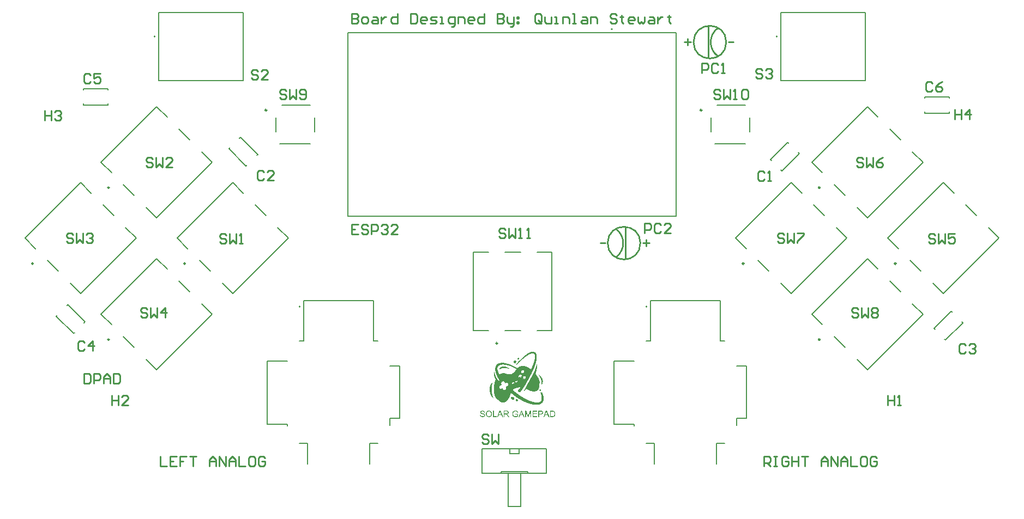
<source format=gto>
G04*
G04 #@! TF.GenerationSoftware,Altium Limited,Altium Designer,23.7.1 (13)*
G04*
G04 Layer_Color=65535*
%FSLAX44Y44*%
%MOMM*%
G71*
G04*
G04 #@! TF.SameCoordinates,F0151953-7860-4C4B-BC48-228A45E59CF9*
G04*
G04*
G04 #@! TF.FilePolarity,Positive*
G04*
G01*
G75*
%ADD10C,0.2000*%
%ADD11C,0.2500*%
%ADD12C,0.2540*%
%ADD13C,0.1270*%
G36*
X991084Y279805D02*
X991299D01*
Y279590D01*
X991513D01*
Y278090D01*
X991299D01*
Y277876D01*
X991084D01*
Y277662D01*
X990870D01*
Y277447D01*
X990227D01*
Y277233D01*
X990013D01*
Y277447D01*
X989370D01*
Y277662D01*
X989155D01*
Y278090D01*
X988941D01*
Y278948D01*
X989155D01*
Y279162D01*
Y279376D01*
X989370D01*
Y279590D01*
X989584D01*
Y279805D01*
X989798D01*
Y280019D01*
X991084D01*
Y279805D01*
D02*
G37*
G36*
X986155Y275733D02*
X986369D01*
Y275519D01*
X986584D01*
Y275304D01*
X986798D01*
Y275090D01*
X987012D01*
Y273161D01*
X986798D01*
Y272733D01*
X986584D01*
Y272518D01*
X986369D01*
Y272304D01*
X986155D01*
Y272090D01*
X985726D01*
Y271875D01*
X984012D01*
Y272090D01*
X983798D01*
Y272304D01*
X983583D01*
Y272518D01*
X983369D01*
Y272947D01*
X983155D01*
Y274447D01*
X983369D01*
Y274876D01*
X983583D01*
Y275304D01*
X983798D01*
Y275519D01*
X984012D01*
Y275733D01*
X984441D01*
Y275947D01*
X986155D01*
Y275733D01*
D02*
G37*
G36*
X1014444Y289449D02*
X1015087D01*
Y289235D01*
X1015516D01*
Y289020D01*
X1015944D01*
Y288806D01*
X1016159D01*
Y288592D01*
X1016373D01*
Y288377D01*
X1016587D01*
Y288163D01*
X1016802D01*
Y287949D01*
X1017016D01*
Y287734D01*
X1017230D01*
Y287520D01*
X1017445D01*
Y287092D01*
X1017659D01*
Y286877D01*
X1017873D01*
Y286448D01*
X1018087D01*
Y285806D01*
X1018302D01*
Y285163D01*
X1018516D01*
Y284305D01*
X1018730D01*
Y282162D01*
X1018945D01*
Y280448D01*
X1018730D01*
Y277876D01*
X1018516D01*
Y276590D01*
X1018302D01*
Y275304D01*
X1018087D01*
Y274447D01*
X1017873D01*
Y273375D01*
X1017659D01*
Y272518D01*
X1017445D01*
Y271875D01*
X1017230D01*
Y271018D01*
X1017016D01*
Y270375D01*
X1016802D01*
Y269518D01*
X1016587D01*
Y268875D01*
X1016373D01*
Y268232D01*
X1016159D01*
Y267589D01*
X1015944D01*
Y266946D01*
X1015730D01*
Y266303D01*
X1015516D01*
Y265875D01*
X1015302D01*
Y265446D01*
X1015087D01*
Y264803D01*
X1014873D01*
Y264374D01*
X1014659D01*
Y263946D01*
X1014444D01*
Y263517D01*
X1014230D01*
Y262874D01*
X1014016D01*
Y262446D01*
X1013801D01*
Y262017D01*
X1013587D01*
Y261588D01*
X1013373D01*
Y261160D01*
X1013158D01*
Y260731D01*
X1012944D01*
Y260088D01*
X1012730D01*
Y259660D01*
X1012515D01*
Y259231D01*
X1012301D01*
Y258802D01*
X1012087D01*
Y258159D01*
X1011872D01*
Y257731D01*
X1011658D01*
Y257302D01*
X1011444D01*
Y256873D01*
X1011229D01*
Y256445D01*
X1011015D01*
Y256016D01*
X1010801D01*
Y255588D01*
X1010587D01*
Y255159D01*
X1010372D01*
Y254730D01*
X1010158D01*
Y254302D01*
X1009944D01*
Y253873D01*
X1009729D01*
Y253444D01*
X1009515D01*
Y253016D01*
X1009301D01*
Y252587D01*
X1009086D01*
Y252159D01*
X1008872D01*
Y251730D01*
X1008658D01*
Y251301D01*
X1008444D01*
Y250873D01*
X1008229D01*
Y250444D01*
X1008015D01*
Y250015D01*
X1007801D01*
Y249587D01*
X1007586D01*
Y249158D01*
X1007372D01*
Y248944D01*
X1007158D01*
Y248515D01*
X1006943D01*
Y248087D01*
X1006729D01*
Y247658D01*
X1006515D01*
Y247229D01*
X1006300D01*
Y246801D01*
X1006086D01*
Y246372D01*
X1005872D01*
Y246158D01*
X1005657D01*
Y245729D01*
X1005443D01*
Y245301D01*
X1005229D01*
Y244872D01*
X1005014D01*
Y244443D01*
X1004800D01*
Y244229D01*
X1004586D01*
Y243800D01*
X1004371D01*
Y243372D01*
X1004157D01*
Y242943D01*
X1003943D01*
Y242514D01*
X1003729D01*
Y242300D01*
X1003514D01*
Y241871D01*
X1003300D01*
Y241443D01*
X1003086D01*
Y241229D01*
X1002871D01*
Y240800D01*
X1002657D01*
Y240371D01*
X1002443D01*
Y239943D01*
X1002228D01*
Y239728D01*
X1002014D01*
Y239300D01*
X1001800D01*
Y238871D01*
X1001585D01*
Y238657D01*
X1001371D01*
Y238228D01*
X1001157D01*
Y238014D01*
X1000943D01*
Y237585D01*
X1000728D01*
Y237157D01*
X1000514D01*
Y236942D01*
X1000300D01*
Y236514D01*
X1000085D01*
Y236085D01*
X999871D01*
Y235871D01*
X999657D01*
Y235442D01*
X999442D01*
Y235228D01*
X999228D01*
Y234799D01*
X999014D01*
Y234585D01*
X998799D01*
Y234156D01*
X998585D01*
Y233942D01*
X998371D01*
Y233728D01*
X998157D01*
Y233299D01*
X997942D01*
Y233085D01*
X997728D01*
Y232656D01*
X997514D01*
Y232442D01*
X997299D01*
Y232013D01*
X997085D01*
Y231799D01*
X996871D01*
Y231370D01*
X996656D01*
Y231156D01*
X996442D01*
Y230727D01*
X996228D01*
Y230513D01*
X996013D01*
Y230084D01*
X995799D01*
Y229870D01*
X995585D01*
Y229656D01*
X995370D01*
Y229227D01*
X995156D01*
Y229013D01*
X994942D01*
Y228799D01*
X994727D01*
Y228370D01*
X994513D01*
Y228155D01*
X994299D01*
Y227941D01*
X994084D01*
Y227513D01*
X993870D01*
Y227298D01*
X993656D01*
Y227084D01*
X993442D01*
Y226870D01*
X993013D01*
Y226655D01*
X992370D01*
Y226441D01*
X991727D01*
Y226655D01*
X990870D01*
Y226870D01*
X990656D01*
Y227084D01*
X990441D01*
Y227298D01*
X990227D01*
Y227513D01*
X990013D01*
Y229441D01*
X990227D01*
Y229870D01*
X990441D01*
Y230084D01*
X990656D01*
Y230513D01*
X990870D01*
Y230727D01*
X991084D01*
Y230942D01*
X991299D01*
Y231370D01*
X991513D01*
Y231584D01*
X991727D01*
Y232013D01*
X991941D01*
Y232227D01*
X992156D01*
Y232442D01*
X992370D01*
Y232870D01*
X992584D01*
Y233085D01*
X992799D01*
Y233513D01*
X993013D01*
Y233728D01*
X993227D01*
Y233942D01*
X993442D01*
Y234371D01*
X993656D01*
Y234585D01*
X992370D01*
Y234371D01*
X991513D01*
Y234156D01*
X990656D01*
Y233942D01*
X989798D01*
Y233728D01*
X988941D01*
Y233513D01*
X988084D01*
Y233299D01*
X987226D01*
Y233085D01*
X986584D01*
Y232870D01*
X985941D01*
Y232656D01*
X985512D01*
Y232442D01*
X985083D01*
Y232227D01*
X984655D01*
Y232013D01*
X984226D01*
Y231799D01*
X983798D01*
Y231584D01*
X983369D01*
Y231370D01*
X983155D01*
Y231156D01*
X982726D01*
Y230942D01*
X982512D01*
Y230727D01*
X982083D01*
Y230513D01*
X981869D01*
Y230299D01*
X981654D01*
Y229870D01*
X981869D01*
Y229656D01*
X982083D01*
Y229441D01*
X982297D01*
Y229227D01*
X982726D01*
Y229013D01*
X982940D01*
Y228799D01*
X983155D01*
Y228584D01*
X983369D01*
Y228370D01*
X983798D01*
Y228155D01*
X984012D01*
Y227941D01*
X984226D01*
Y227727D01*
X984441D01*
Y227513D01*
X984655D01*
Y227298D01*
X985083D01*
Y227084D01*
X985298D01*
Y226870D01*
X985512D01*
Y226655D01*
X985941D01*
Y226441D01*
X986155D01*
Y226227D01*
X986369D01*
Y226012D01*
X986584D01*
Y225798D01*
X987012D01*
Y225584D01*
X987226D01*
Y225369D01*
X987441D01*
Y225155D01*
X987869D01*
Y224941D01*
X988084D01*
Y224727D01*
X988298D01*
Y224512D01*
X988727D01*
Y224298D01*
X988941D01*
Y224084D01*
X989370D01*
Y223869D01*
X989584D01*
Y223655D01*
X989798D01*
Y223441D01*
X990227D01*
Y223226D01*
X990441D01*
Y223012D01*
X990870D01*
Y222798D01*
X991084D01*
Y222583D01*
X991299D01*
Y222369D01*
X991727D01*
Y222155D01*
X991941D01*
Y221940D01*
X992370D01*
Y221726D01*
X992584D01*
Y221512D01*
X993013D01*
Y221297D01*
X993227D01*
Y221083D01*
X993656D01*
Y220869D01*
X993870D01*
Y220655D01*
X994299D01*
Y220440D01*
X994727D01*
Y220226D01*
X994942D01*
Y220012D01*
X995370D01*
Y219797D01*
X995585D01*
Y219583D01*
X996013D01*
Y219369D01*
X996442D01*
Y219154D01*
X996656D01*
Y218940D01*
X997085D01*
Y218726D01*
X997514D01*
Y218512D01*
X997728D01*
Y218297D01*
X998157D01*
Y218083D01*
X998585D01*
Y217868D01*
X998799D01*
Y217654D01*
X999228D01*
Y217440D01*
X999657D01*
Y217226D01*
X1000085D01*
Y217011D01*
X1000514D01*
Y216797D01*
X1000728D01*
Y216583D01*
X1001157D01*
Y216368D01*
X1001585D01*
Y216154D01*
X1002014D01*
Y215940D01*
X1002443D01*
Y215725D01*
X1002871D01*
Y215511D01*
X1003300D01*
Y215297D01*
X1003729D01*
Y215082D01*
X1004157D01*
Y214868D01*
X1004586D01*
Y214654D01*
X1005229D01*
Y214440D01*
X1005657D01*
Y214225D01*
X1006086D01*
Y214011D01*
X1006515D01*
Y213797D01*
X1007158D01*
Y213582D01*
X1007586D01*
Y213368D01*
X1008229D01*
Y213154D01*
X1008658D01*
Y212939D01*
X1009301D01*
Y212725D01*
X1009729D01*
Y212511D01*
X1010372D01*
Y212296D01*
X1011015D01*
Y212082D01*
X1011658D01*
Y211868D01*
X1012515D01*
Y211653D01*
X1013158D01*
Y211439D01*
X1014016D01*
Y211225D01*
X1015087D01*
Y211010D01*
X1016159D01*
Y210796D01*
X1018087D01*
Y210582D01*
X1020445D01*
Y210796D01*
X1021945D01*
Y211010D01*
X1022588D01*
Y211225D01*
X1023231D01*
Y211439D01*
X1023660D01*
Y211653D01*
X1024088D01*
Y211868D01*
X1024517D01*
Y212082D01*
X1024731D01*
Y212296D01*
X1024946D01*
Y212511D01*
X1025160D01*
Y212725D01*
X1025374D01*
Y212939D01*
X1025589D01*
Y213368D01*
X1025803D01*
Y213582D01*
X1026017D01*
Y214011D01*
X1026231D01*
Y214654D01*
X1026446D01*
Y215511D01*
X1026660D01*
Y219583D01*
X1026446D01*
Y220655D01*
X1026231D01*
Y221512D01*
X1026017D01*
Y222155D01*
X1025803D01*
Y222798D01*
X1025589D01*
Y223441D01*
X1025374D01*
Y224084D01*
X1025160D01*
Y224727D01*
X1024946D01*
Y225798D01*
X1025160D01*
Y226012D01*
X1025374D01*
Y226227D01*
X1025589D01*
Y226441D01*
X1026446D01*
Y226227D01*
X1026874D01*
Y226012D01*
X1027089D01*
Y225798D01*
X1027303D01*
Y225584D01*
X1027517D01*
Y224941D01*
X1027732D01*
Y224512D01*
X1027946D01*
Y223869D01*
X1028160D01*
Y223441D01*
X1028374D01*
Y222798D01*
X1028589D01*
Y222155D01*
X1028803D01*
Y221512D01*
X1029017D01*
Y220655D01*
X1029232D01*
Y219583D01*
X1029446D01*
Y218297D01*
X1029660D01*
Y214868D01*
X1029446D01*
Y213797D01*
X1029232D01*
Y213154D01*
X1029017D01*
Y212511D01*
X1028803D01*
Y212082D01*
X1028589D01*
Y211653D01*
X1028374D01*
Y211225D01*
X1028160D01*
Y211010D01*
X1027946D01*
Y210582D01*
X1027732D01*
Y210368D01*
X1027517D01*
Y210153D01*
X1027303D01*
Y209939D01*
X1027089D01*
Y209725D01*
X1026874D01*
Y209510D01*
X1026660D01*
Y209296D01*
X1026446D01*
Y209082D01*
X1026017D01*
Y208867D01*
X1025803D01*
Y208653D01*
X1025374D01*
Y208439D01*
X1025160D01*
Y208225D01*
X1024731D01*
Y208010D01*
X1024088D01*
Y207796D01*
X1023660D01*
Y207582D01*
X1023017D01*
Y207367D01*
X1022160D01*
Y207153D01*
X1021088D01*
Y206939D01*
X1015087D01*
Y207153D01*
X1013587D01*
Y207367D01*
X1012301D01*
Y207582D01*
X1011444D01*
Y207796D01*
X1010587D01*
Y208010D01*
X1009729D01*
Y208225D01*
X1008872D01*
Y208439D01*
X1008229D01*
Y208653D01*
X1007586D01*
Y208867D01*
X1006943D01*
Y209082D01*
X1006300D01*
Y209296D01*
X1005657D01*
Y209510D01*
X1005014D01*
Y209725D01*
X1004371D01*
Y209939D01*
X1003943D01*
Y210153D01*
X1003300D01*
Y210368D01*
X1002871D01*
Y210582D01*
X1002443D01*
Y210796D01*
X1001800D01*
Y211010D01*
X1001371D01*
Y211225D01*
X1000943D01*
Y211439D01*
X1000514D01*
Y211653D01*
X999871D01*
Y211868D01*
X999442D01*
Y212082D01*
X999014D01*
Y212296D01*
X998585D01*
Y212511D01*
X998157D01*
Y212725D01*
X997728D01*
Y212939D01*
X997299D01*
Y213154D01*
X996871D01*
Y213368D01*
X996442D01*
Y213582D01*
X996013D01*
Y213797D01*
X995799D01*
Y214011D01*
X995370D01*
Y214225D01*
X994942D01*
Y214440D01*
X994513D01*
Y214654D01*
X994084D01*
Y214868D01*
X993870D01*
Y215082D01*
X993442D01*
Y215297D01*
X993013D01*
Y215511D01*
X992799D01*
Y215725D01*
X992370D01*
Y215940D01*
X991941D01*
Y216154D01*
X991727D01*
Y216368D01*
X991299D01*
Y216583D01*
X990870D01*
Y216797D01*
X990656D01*
Y217011D01*
X990227D01*
Y217226D01*
X990013D01*
Y217440D01*
X989584D01*
Y217654D01*
X989155D01*
Y217868D01*
X988941D01*
Y218083D01*
X988512D01*
Y218297D01*
X988298D01*
Y218512D01*
X987869D01*
Y218726D01*
X987655D01*
Y218940D01*
X987441D01*
Y219154D01*
X987012D01*
Y219369D01*
X986798D01*
Y219583D01*
X986369D01*
Y219797D01*
X986155D01*
Y220012D01*
X985726D01*
Y220226D01*
X985512D01*
Y220440D01*
X985298D01*
Y220655D01*
X984869D01*
Y220869D01*
X984655D01*
Y221083D01*
X984226D01*
Y221297D01*
X984012D01*
Y221512D01*
X983798D01*
Y221726D01*
X983369D01*
Y221940D01*
X983155D01*
Y222155D01*
X982940D01*
Y222369D01*
X982726D01*
Y222583D01*
X982297D01*
Y222798D01*
X982083D01*
Y223012D01*
X981869D01*
Y223226D01*
X981440D01*
Y223441D01*
X981226D01*
Y223655D01*
X981012D01*
Y223869D01*
X980797D01*
Y224084D01*
X980368D01*
Y224298D01*
X980154D01*
Y224512D01*
X979940D01*
Y224727D01*
X979726D01*
Y224941D01*
X979511D01*
Y225155D01*
X979083D01*
Y225369D01*
X978868D01*
Y225584D01*
X978654D01*
Y225155D01*
X978440D01*
Y224298D01*
X978225D01*
Y223655D01*
X978011D01*
Y222798D01*
X977797D01*
Y222155D01*
X977582D01*
Y221512D01*
X977368D01*
Y221083D01*
X977154D01*
Y220440D01*
X976939D01*
Y220012D01*
X976725D01*
Y219583D01*
X976511D01*
Y218940D01*
X976297D01*
Y218512D01*
X976082D01*
Y218083D01*
X975868D01*
Y217654D01*
X975654D01*
Y217226D01*
X975439D01*
Y217011D01*
X975225D01*
Y216583D01*
X975011D01*
Y216154D01*
X974796D01*
Y215940D01*
X974582D01*
Y215511D01*
X974368D01*
Y215297D01*
X974154D01*
Y215082D01*
X973939D01*
Y214654D01*
X973725D01*
Y214440D01*
X973511D01*
Y214225D01*
X973296D01*
Y214011D01*
X973082D01*
Y213797D01*
X972868D01*
Y213582D01*
X972653D01*
Y213368D01*
X972439D01*
Y213154D01*
X972225D01*
Y212939D01*
X972010D01*
Y212725D01*
X971796D01*
Y212511D01*
X971582D01*
Y212296D01*
X971367D01*
Y212082D01*
X970939D01*
Y211868D01*
X970724D01*
Y211653D01*
X970296D01*
Y211439D01*
X969867D01*
Y211225D01*
X969439D01*
Y211010D01*
X968796D01*
Y210796D01*
X968153D01*
Y210582D01*
X964938D01*
Y210796D01*
X964081D01*
Y211010D01*
X963438D01*
Y211225D01*
X963009D01*
Y211439D01*
X962581D01*
Y211653D01*
X962152D01*
Y211868D01*
X961938D01*
Y212082D01*
X961509D01*
Y212296D01*
X961295D01*
Y212511D01*
X961080D01*
Y212725D01*
X960652D01*
Y212939D01*
X960437D01*
Y213154D01*
X960223D01*
Y213368D01*
X960009D01*
Y213797D01*
X959794D01*
Y214011D01*
X959580D01*
Y214225D01*
X959366D01*
Y214440D01*
X958937D01*
Y214654D01*
X958509D01*
Y214868D01*
X958080D01*
Y215082D01*
X957866D01*
Y215297D01*
X957651D01*
Y215511D01*
X957223D01*
Y215725D01*
X957009D01*
Y215940D01*
X956794D01*
Y216154D01*
X956580D01*
Y216368D01*
X956366D01*
Y216583D01*
X956151D01*
Y216797D01*
X955937D01*
Y217226D01*
X955723D01*
Y217440D01*
X955508D01*
Y217654D01*
X955294D01*
Y218083D01*
X955080D01*
Y218512D01*
X954865D01*
Y218940D01*
X954651D01*
Y219369D01*
X954437D01*
Y219797D01*
X954222D01*
Y220440D01*
X954008D01*
Y221083D01*
X953794D01*
Y221726D01*
X953579D01*
Y222583D01*
X953365D01*
Y223441D01*
X953151D01*
Y224512D01*
X952936D01*
Y226012D01*
X952722D01*
Y228584D01*
X952508D01*
Y233513D01*
X952722D01*
Y237157D01*
X952936D01*
Y238871D01*
X953151D01*
Y240371D01*
X953365D01*
Y241443D01*
X953579D01*
Y242300D01*
X953794D01*
Y243157D01*
X954008D01*
Y243800D01*
X954222D01*
Y244658D01*
X954437D01*
Y245301D01*
X954651D01*
Y245729D01*
X954865D01*
Y246801D01*
X954651D01*
Y247229D01*
X954437D01*
Y247872D01*
X954222D01*
Y248301D01*
X954008D01*
Y248729D01*
X953794D01*
Y249373D01*
X953579D01*
Y250015D01*
X953365D01*
Y250658D01*
X953151D01*
Y251516D01*
X952936D01*
Y252373D01*
X952722D01*
Y253873D01*
X952508D01*
Y256231D01*
X952722D01*
Y257516D01*
X952936D01*
Y257731D01*
X953151D01*
Y257088D01*
X953365D01*
Y256659D01*
X953579D01*
Y256016D01*
X953794D01*
Y255373D01*
X954008D01*
Y254730D01*
X954222D01*
Y254302D01*
X954437D01*
Y253444D01*
X954651D01*
Y252801D01*
X954865D01*
Y252373D01*
X955080D01*
Y251730D01*
X955294D01*
Y251301D01*
X955508D01*
Y250658D01*
X955723D01*
Y250230D01*
X955937D01*
Y249801D01*
X956151D01*
Y249373D01*
X956366D01*
Y249158D01*
X956580D01*
Y248729D01*
X956794D01*
Y248301D01*
X957009D01*
Y247872D01*
X957223D01*
Y247658D01*
X957437D01*
Y247229D01*
X957651D01*
Y247015D01*
X957866D01*
Y246801D01*
X958080D01*
Y246372D01*
X958294D01*
Y246158D01*
X958509D01*
Y245944D01*
X958723D01*
Y245729D01*
X958937D01*
Y245515D01*
X959152D01*
Y245301D01*
X959366D01*
Y245086D01*
X959580D01*
Y244872D01*
X960009D01*
Y244658D01*
X960223D01*
Y244443D01*
X960652D01*
Y244229D01*
X960866D01*
Y244872D01*
X960652D01*
Y245086D01*
X960437D01*
Y245515D01*
X960223D01*
Y245944D01*
X960009D01*
Y246372D01*
X959794D01*
Y246801D01*
X959580D01*
Y247229D01*
X959366D01*
Y247658D01*
X959152D01*
Y248087D01*
X958937D01*
Y248515D01*
X958723D01*
Y249158D01*
X958509D01*
Y249587D01*
X958294D01*
Y250015D01*
X958080D01*
Y250444D01*
X957866D01*
Y251087D01*
X957651D01*
Y251516D01*
X957437D01*
Y252159D01*
X957223D01*
Y252587D01*
X957009D01*
Y253230D01*
X956794D01*
Y253659D01*
X956580D01*
Y254302D01*
X956366D01*
Y254730D01*
X956151D01*
Y255373D01*
X955937D01*
Y255802D01*
X955723D01*
Y256445D01*
X955508D01*
Y257088D01*
X955294D01*
Y257731D01*
X955080D01*
Y258374D01*
X954865D01*
Y259445D01*
X954651D01*
Y260945D01*
X954437D01*
Y263946D01*
X954651D01*
Y265232D01*
X954865D01*
Y266089D01*
X955080D01*
Y266732D01*
X955294D01*
Y267160D01*
X955508D01*
Y267589D01*
X955723D01*
Y268018D01*
X955937D01*
Y268446D01*
X956151D01*
Y268661D01*
X956366D01*
Y268875D01*
X956580D01*
Y269089D01*
X956794D01*
Y269518D01*
X957009D01*
Y269732D01*
X957223D01*
Y269946D01*
X957651D01*
Y270161D01*
X957866D01*
Y270375D01*
X958080D01*
Y270589D01*
X958509D01*
Y270804D01*
X958723D01*
Y271018D01*
X959152D01*
Y271232D01*
X959580D01*
Y271447D01*
X960009D01*
Y271661D01*
X960652D01*
Y271875D01*
X961295D01*
Y272090D01*
X962366D01*
Y272304D01*
X964509D01*
Y272518D01*
X966010D01*
Y272304D01*
X968367D01*
Y272090D01*
X969653D01*
Y271875D01*
X970724D01*
Y271661D01*
X971582D01*
Y271447D01*
X972439D01*
Y271232D01*
X973082D01*
Y271018D01*
X973939D01*
Y270804D01*
X974582D01*
Y270589D01*
X975225D01*
Y270375D01*
X975868D01*
Y270161D01*
X976511D01*
Y269946D01*
X976939D01*
Y269732D01*
X977582D01*
Y269518D01*
X978011D01*
Y269303D01*
X978654D01*
Y269089D01*
X979083D01*
Y268875D01*
X979511D01*
Y268661D01*
X980154D01*
Y268446D01*
X980583D01*
Y268232D01*
X981012D01*
Y268018D01*
X981440D01*
Y267803D01*
X981869D01*
Y267589D01*
X982297D01*
Y267375D01*
X982726D01*
Y267160D01*
X983155D01*
Y266946D01*
X983583D01*
Y266732D01*
X984012D01*
Y266518D01*
X984441D01*
Y266303D01*
X984869D01*
Y266089D01*
X985298D01*
Y265875D01*
X985726D01*
Y265660D01*
X986155D01*
Y265446D01*
X986369D01*
Y265232D01*
X986798D01*
Y265017D01*
X987226D01*
Y264803D01*
X987655D01*
Y264589D01*
X987869D01*
Y264374D01*
X988298D01*
Y264160D01*
X988727D01*
Y263946D01*
X988941D01*
Y264160D01*
X989155D01*
Y264374D01*
X989370D01*
Y264589D01*
X989584D01*
Y264803D01*
X989798D01*
Y265017D01*
X990227D01*
Y265232D01*
X990441D01*
Y265446D01*
X990656D01*
Y265660D01*
X991084D01*
Y265875D01*
X991299D01*
Y266089D01*
X991727D01*
Y266303D01*
X992156D01*
Y266518D01*
X992799D01*
Y266732D01*
X993227D01*
Y266946D01*
X993870D01*
Y267160D01*
X994942D01*
Y267375D01*
X999657D01*
Y267160D01*
X1000728D01*
Y266946D01*
X1001371D01*
Y266732D01*
X1002228D01*
Y266518D01*
X1002657D01*
Y266303D01*
X1003300D01*
Y266089D01*
X1003729D01*
Y265875D01*
X1004371D01*
Y265660D01*
X1004800D01*
Y265446D01*
X1005229D01*
Y265232D01*
X1005657D01*
Y265017D01*
X1005872D01*
Y264803D01*
X1006300D01*
Y264589D01*
X1006729D01*
Y264374D01*
X1006943D01*
Y264160D01*
X1007372D01*
Y263946D01*
X1007801D01*
Y263731D01*
X1008015D01*
Y263517D01*
X1008444D01*
Y263303D01*
X1008658D01*
Y263088D01*
X1008872D01*
Y262874D01*
X1009301D01*
Y262660D01*
X1009515D01*
Y262446D01*
X1009729D01*
Y262231D01*
X1010158D01*
Y262660D01*
X1010372D01*
Y263303D01*
X1010587D01*
Y263731D01*
X1010801D01*
Y264160D01*
X1011015D01*
Y264589D01*
X1011229D01*
Y265232D01*
X1011444D01*
Y265660D01*
X1011658D01*
Y266089D01*
X1011872D01*
Y266732D01*
X1012087D01*
Y267160D01*
X1012301D01*
Y267589D01*
X1012515D01*
Y268232D01*
X1012730D01*
Y268875D01*
X1012944D01*
Y269303D01*
X1013158D01*
Y269946D01*
X1013373D01*
Y270589D01*
X1013587D01*
Y271018D01*
X1013801D01*
Y271661D01*
X1014016D01*
Y272304D01*
X1014230D01*
Y272947D01*
X1014444D01*
Y273804D01*
X1014659D01*
Y274447D01*
X1014873D01*
Y275090D01*
X1015087D01*
Y275947D01*
X1015302D01*
Y276805D01*
X1015516D01*
Y277876D01*
X1015730D01*
Y279162D01*
X1015944D01*
Y280876D01*
X1016159D01*
Y283020D01*
X1015944D01*
Y284305D01*
X1015730D01*
Y284948D01*
X1015516D01*
Y285377D01*
X1015302D01*
Y285806D01*
X1015087D01*
Y286020D01*
X1014873D01*
Y286234D01*
X1014659D01*
Y286448D01*
X1014230D01*
Y286663D01*
X1013587D01*
Y286877D01*
X1011229D01*
Y286663D01*
X1010372D01*
Y286448D01*
X1009515D01*
Y286234D01*
X1009086D01*
Y286020D01*
X1008444D01*
Y285806D01*
X1008015D01*
Y285591D01*
X1007586D01*
Y285377D01*
X1007158D01*
Y285163D01*
X1006729D01*
Y284948D01*
X1006300D01*
Y284734D01*
X1005872D01*
Y284520D01*
X1005657D01*
Y284305D01*
X1005229D01*
Y284091D01*
X1004800D01*
Y283877D01*
X1004586D01*
Y283662D01*
X1004157D01*
Y283448D01*
X1003943D01*
Y283234D01*
X1003514D01*
Y283020D01*
X1003300D01*
Y282805D01*
X1002871D01*
Y282591D01*
X1002657D01*
Y282377D01*
X1002228D01*
Y282162D01*
X1002014D01*
Y281948D01*
X1001800D01*
Y281734D01*
X1001371D01*
Y281519D01*
X1001157D01*
Y281305D01*
X1000943D01*
Y281091D01*
X1000514D01*
Y280876D01*
X1000300D01*
Y280662D01*
X1000085D01*
Y280448D01*
X999657D01*
Y280233D01*
X999442D01*
Y280019D01*
X999228D01*
Y279805D01*
X999014D01*
Y279590D01*
X998799D01*
Y279376D01*
X998371D01*
Y279162D01*
X998157D01*
Y278948D01*
X997942D01*
Y278733D01*
X997728D01*
Y278519D01*
X997514D01*
Y278305D01*
X997299D01*
Y278090D01*
X996871D01*
Y277876D01*
X996656D01*
Y277662D01*
X996442D01*
Y277447D01*
X996228D01*
Y277233D01*
X996013D01*
Y277019D01*
X995799D01*
Y276805D01*
X995585D01*
Y276590D01*
X995370D01*
Y276376D01*
X995156D01*
Y276161D01*
X994942D01*
Y275947D01*
X994513D01*
Y275733D01*
X994299D01*
Y275519D01*
X994084D01*
Y275304D01*
X993870D01*
Y275090D01*
X993656D01*
Y274876D01*
X993442D01*
Y274661D01*
X993227D01*
Y274447D01*
X993013D01*
Y274233D01*
X992799D01*
Y274018D01*
X992584D01*
Y273804D01*
X992370D01*
Y273590D01*
X992156D01*
Y273375D01*
X991941D01*
Y273161D01*
X991727D01*
Y272947D01*
X991513D01*
Y272733D01*
X991299D01*
Y272518D01*
X991084D01*
Y272304D01*
X990870D01*
Y272090D01*
X990656D01*
Y271875D01*
X990441D01*
Y271447D01*
X990227D01*
Y271232D01*
X990013D01*
Y271018D01*
X989798D01*
Y270804D01*
X989584D01*
Y270589D01*
X989370D01*
Y270375D01*
X989155D01*
Y270161D01*
X988941D01*
Y269946D01*
X988727D01*
Y269732D01*
X988512D01*
Y269518D01*
X988298D01*
Y269303D01*
X988084D01*
Y269089D01*
X987012D01*
Y270161D01*
X987226D01*
Y270375D01*
X987441D01*
Y270589D01*
X987655D01*
Y270804D01*
X987869D01*
Y271018D01*
X988084D01*
Y271447D01*
X988298D01*
Y271661D01*
X988512D01*
Y271875D01*
X988727D01*
Y272090D01*
X988941D01*
Y272304D01*
X989155D01*
Y272518D01*
X989370D01*
Y272733D01*
X989584D01*
Y272947D01*
X989798D01*
Y273161D01*
X990013D01*
Y273590D01*
X990227D01*
Y273804D01*
X990441D01*
Y274018D01*
X990656D01*
Y274233D01*
X990870D01*
Y274447D01*
X991084D01*
Y274661D01*
X991299D01*
Y274876D01*
X991513D01*
Y275090D01*
X991727D01*
Y275304D01*
X991941D01*
Y275519D01*
X992156D01*
Y275733D01*
X992370D01*
Y275947D01*
X992584D01*
Y276161D01*
X992799D01*
Y276376D01*
X993013D01*
Y276590D01*
X993227D01*
Y276805D01*
X993442D01*
Y277019D01*
X993656D01*
Y277233D01*
X993870D01*
Y277447D01*
X994084D01*
Y277662D01*
X994299D01*
Y277876D01*
X994513D01*
Y278090D01*
X994727D01*
Y278305D01*
X994942D01*
Y278519D01*
X995156D01*
Y278733D01*
X995370D01*
Y278948D01*
X995585D01*
Y279162D01*
X995799D01*
Y279376D01*
X996013D01*
Y279590D01*
X996228D01*
Y279805D01*
X996442D01*
Y280019D01*
X996656D01*
Y280233D01*
X996871D01*
Y280448D01*
X997085D01*
Y280662D01*
X997299D01*
Y280876D01*
X997514D01*
Y281091D01*
X997728D01*
Y281305D01*
X997942D01*
Y281519D01*
X998371D01*
Y281734D01*
X998585D01*
Y281948D01*
X998799D01*
Y282162D01*
X999014D01*
Y282377D01*
X999228D01*
Y282591D01*
X999442D01*
Y282805D01*
X999657D01*
Y283020D01*
X1000085D01*
Y283234D01*
X1000300D01*
Y283448D01*
X1000514D01*
Y283662D01*
X1000728D01*
Y283877D01*
X1001157D01*
Y284091D01*
X1001371D01*
Y284305D01*
X1001585D01*
Y284520D01*
X1001800D01*
Y284734D01*
X1002228D01*
Y284948D01*
X1002443D01*
Y285163D01*
X1002657D01*
Y285377D01*
X1003086D01*
Y285591D01*
X1003300D01*
Y285806D01*
X1003729D01*
Y286020D01*
X1003943D01*
Y286234D01*
X1004371D01*
Y286448D01*
X1004586D01*
Y286663D01*
X1005014D01*
Y286877D01*
X1005229D01*
Y287092D01*
X1005657D01*
Y287306D01*
X1005872D01*
Y287520D01*
X1006300D01*
Y287734D01*
X1006729D01*
Y287949D01*
X1007158D01*
Y288163D01*
X1007586D01*
Y288377D01*
X1008015D01*
Y288592D01*
X1008444D01*
Y288806D01*
X1008872D01*
Y289020D01*
X1009515D01*
Y289235D01*
X1010158D01*
Y289449D01*
X1011015D01*
Y289663D01*
X1014444D01*
Y289449D01*
D02*
G37*
G36*
X1022588Y253444D02*
X1023017D01*
Y253230D01*
X1023231D01*
Y253016D01*
X1023445D01*
Y252801D01*
X1023874D01*
Y252587D01*
X1024088D01*
Y252373D01*
X1024303D01*
Y252159D01*
X1024517D01*
Y251944D01*
X1024731D01*
Y251730D01*
X1024946D01*
Y251516D01*
X1025160D01*
Y251301D01*
X1025374D01*
Y251087D01*
X1025589D01*
Y250658D01*
X1025803D01*
Y250444D01*
X1026017D01*
Y250230D01*
X1026231D01*
Y249801D01*
X1026446D01*
Y249587D01*
X1026660D01*
Y249158D01*
X1026874D01*
Y248944D01*
X1027089D01*
Y248515D01*
X1027303D01*
Y248087D01*
X1027517D01*
Y247444D01*
X1027732D01*
Y246801D01*
X1027946D01*
Y246158D01*
X1028160D01*
Y244872D01*
X1028374D01*
Y242729D01*
X1028160D01*
Y241443D01*
X1027946D01*
Y240800D01*
X1027732D01*
Y240157D01*
X1027517D01*
Y239728D01*
X1027303D01*
Y239300D01*
X1027089D01*
Y238871D01*
X1026874D01*
Y238657D01*
X1026660D01*
Y238228D01*
X1026231D01*
Y238871D01*
X1026446D01*
Y242943D01*
X1026231D01*
Y244229D01*
X1026017D01*
Y245301D01*
X1025803D01*
Y246158D01*
X1025589D01*
Y246372D01*
Y246801D01*
X1025374D01*
Y247444D01*
X1025160D01*
Y247872D01*
X1024946D01*
Y248515D01*
X1024731D01*
Y248944D01*
X1024517D01*
Y249373D01*
X1024303D01*
Y249801D01*
X1024088D01*
Y250230D01*
X1023874D01*
Y250658D01*
X1023660D01*
Y251087D01*
X1023445D01*
Y251516D01*
X1023231D01*
Y251944D01*
X1023017D01*
Y252159D01*
X1022802D01*
Y252587D01*
X1022588D01*
Y252801D01*
X1022374D01*
Y253230D01*
X1022160D01*
Y253659D01*
X1022588D01*
Y253444D01*
D02*
G37*
G36*
X1024946Y230942D02*
X1025160D01*
Y230727D01*
X1025374D01*
Y230513D01*
X1025589D01*
Y230299D01*
X1025803D01*
Y228799D01*
X1025589D01*
Y228584D01*
X1025374D01*
Y228370D01*
X1024946D01*
Y228155D01*
X1024303D01*
Y228370D01*
X1023874D01*
Y228584D01*
X1023660D01*
Y228799D01*
X1023445D01*
Y229227D01*
X1023231D01*
Y230299D01*
X1023445D01*
Y230727D01*
X1023660D01*
Y230942D01*
X1023874D01*
Y231156D01*
X1024946D01*
Y230942D01*
D02*
G37*
G36*
X998799Y228155D02*
X998585D01*
Y228370D01*
X998799D01*
Y228155D01*
D02*
G37*
G36*
X1019159Y270161D02*
X1019373D01*
Y269518D01*
X1019588D01*
Y265660D01*
X1019373D01*
Y264160D01*
X1019159D01*
Y262874D01*
X1018945D01*
Y261803D01*
X1018730D01*
Y260731D01*
X1018516D01*
Y259874D01*
X1018302D01*
Y259016D01*
X1018087D01*
Y257945D01*
X1017873D01*
Y257302D01*
X1017659D01*
Y256445D01*
X1017445D01*
Y255588D01*
X1017230D01*
Y254730D01*
X1017445D01*
Y254516D01*
X1017659D01*
Y254302D01*
X1017873D01*
Y254087D01*
X1018087D01*
Y253659D01*
X1018302D01*
Y253444D01*
X1018516D01*
Y253230D01*
X1018730D01*
Y252801D01*
X1018945D01*
Y252587D01*
X1019159D01*
Y252373D01*
X1019373D01*
Y251944D01*
X1019588D01*
Y251730D01*
X1019802D01*
Y251301D01*
X1020016D01*
Y251087D01*
X1020231D01*
Y250658D01*
X1020445D01*
Y250444D01*
X1020659D01*
Y250015D01*
X1020874D01*
Y249587D01*
X1021088D01*
Y249373D01*
X1021302D01*
Y248944D01*
X1021516D01*
Y248515D01*
X1021731D01*
Y248087D01*
X1021945D01*
Y247658D01*
X1022160D01*
Y247229D01*
X1022374D01*
Y246586D01*
X1022588D01*
Y245944D01*
X1022802D01*
Y245515D01*
X1023017D01*
Y244658D01*
X1023231D01*
Y243800D01*
X1023445D01*
Y239943D01*
X1023231D01*
Y239086D01*
X1023017D01*
Y238442D01*
X1022802D01*
Y236942D01*
X1023017D01*
Y235871D01*
X1022802D01*
Y234156D01*
X1022588D01*
Y233299D01*
X1022374D01*
Y232656D01*
X1022160D01*
Y232227D01*
X1021945D01*
Y231799D01*
X1021731D01*
Y231370D01*
X1021516D01*
Y231156D01*
X1021302D01*
Y230942D01*
X1021088D01*
Y230513D01*
X1020874D01*
Y230299D01*
X1020659D01*
Y230084D01*
X1020445D01*
Y229870D01*
X1020231D01*
Y229656D01*
X1020016D01*
Y229441D01*
X1019802D01*
Y229227D01*
X1019373D01*
Y229013D01*
X1019159D01*
Y228799D01*
X1018730D01*
Y228584D01*
X1018302D01*
Y228370D01*
X1017873D01*
Y228155D01*
X1017230D01*
Y227941D01*
X1016159D01*
Y227727D01*
X1012730D01*
Y227941D01*
X1011658D01*
Y228155D01*
X1010587D01*
Y228370D01*
X1009944D01*
Y228584D01*
X1009301D01*
Y228799D01*
X1008658D01*
Y229013D01*
X1008229D01*
Y229227D01*
X1007586D01*
Y229441D01*
X1007158D01*
Y229656D01*
X1006729D01*
Y229870D01*
X1006300D01*
Y230084D01*
X1005872D01*
Y230299D01*
X1005443D01*
Y230513D01*
X1005014D01*
Y230727D01*
X1004586D01*
Y230942D01*
X1004157D01*
Y231156D01*
X1003943D01*
Y231370D01*
X1003514D01*
Y231584D01*
X1003086D01*
Y231799D01*
X1002657D01*
Y231584D01*
X1002443D01*
Y231370D01*
X1002228D01*
Y230942D01*
X1002014D01*
Y230727D01*
X1001800D01*
Y230513D01*
X1001585D01*
Y230299D01*
X1001371D01*
Y230084D01*
X1001157D01*
Y229870D01*
X1000943D01*
Y229656D01*
X1000728D01*
Y229441D01*
X1000300D01*
Y229227D01*
X1000085D01*
Y229013D01*
X999871D01*
Y228799D01*
X999657D01*
Y228584D01*
X999228D01*
Y228370D01*
X998799D01*
Y228799D01*
X999014D01*
Y229227D01*
X999228D01*
Y229656D01*
X999442D01*
Y229870D01*
X999657D01*
Y230299D01*
X999871D01*
Y230513D01*
X1000085D01*
Y230942D01*
X1000300D01*
Y231370D01*
X1000514D01*
Y231799D01*
X1000728D01*
Y232227D01*
X1000943D01*
Y232442D01*
X1001157D01*
Y232870D01*
X1001371D01*
Y233299D01*
X1001585D01*
Y233728D01*
X1001800D01*
Y233942D01*
X1002014D01*
Y234371D01*
X1002228D01*
Y234799D01*
X1002443D01*
Y235228D01*
X1002657D01*
Y235657D01*
X1002871D01*
Y235871D01*
X1003086D01*
Y236514D01*
X1003300D01*
Y236728D01*
X1003514D01*
Y237157D01*
X1003729D01*
Y237585D01*
X1003943D01*
Y238014D01*
X1004157D01*
Y238442D01*
X1004371D01*
Y238657D01*
X1004586D01*
Y239086D01*
X1004800D01*
Y239514D01*
X1005014D01*
Y239943D01*
X1005229D01*
Y240371D01*
X1005443D01*
Y240800D01*
X1005657D01*
Y241014D01*
X1005872D01*
Y241443D01*
X1006086D01*
Y241871D01*
X1006300D01*
Y242300D01*
X1006515D01*
Y242729D01*
X1006729D01*
Y242943D01*
X1006943D01*
Y243372D01*
X1007158D01*
Y243800D01*
X1007372D01*
Y244229D01*
X1007586D01*
Y244658D01*
X1007801D01*
Y245086D01*
X1008015D01*
Y245515D01*
X1008229D01*
Y245729D01*
X1008444D01*
Y246158D01*
X1008658D01*
Y246586D01*
X1008872D01*
Y247015D01*
X1009086D01*
Y247444D01*
X1009301D01*
Y247872D01*
X1009515D01*
Y248301D01*
X1009729D01*
Y248729D01*
X1009944D01*
Y248944D01*
X1010158D01*
Y249373D01*
X1010372D01*
Y249801D01*
X1010587D01*
Y250230D01*
X1010801D01*
Y250658D01*
X1011015D01*
Y251087D01*
X1011229D01*
Y251516D01*
X1011444D01*
Y251944D01*
X1011658D01*
Y252373D01*
X1011872D01*
Y252801D01*
X1012087D01*
Y253230D01*
X1012301D01*
Y253659D01*
X1012515D01*
Y254087D01*
X1012730D01*
Y254516D01*
X1012944D01*
Y254945D01*
X1013158D01*
Y255373D01*
X1013373D01*
Y255802D01*
X1013587D01*
Y256231D01*
X1013801D01*
Y256445D01*
X1014016D01*
Y256873D01*
X1014230D01*
Y257302D01*
X1014444D01*
Y257731D01*
X1014659D01*
Y258374D01*
X1014873D01*
Y258802D01*
X1015087D01*
Y259231D01*
X1015302D01*
Y259660D01*
X1015516D01*
Y260088D01*
X1015730D01*
Y260731D01*
X1015944D01*
Y261160D01*
X1016159D01*
Y261588D01*
X1016373D01*
Y262231D01*
X1016587D01*
Y262660D01*
X1016802D01*
Y263517D01*
X1017016D01*
Y264160D01*
X1017230D01*
Y264803D01*
X1017445D01*
Y265232D01*
X1017659D01*
Y265875D01*
X1017873D01*
Y266518D01*
X1018087D01*
Y267160D01*
X1018302D01*
Y268018D01*
X1018516D01*
Y268661D01*
X1018730D01*
Y269518D01*
X1018945D01*
Y270375D01*
X1019159D01*
Y270161D01*
D02*
G37*
G36*
X950365Y241229D02*
X950151D01*
Y240586D01*
X949936D01*
Y239943D01*
X949722D01*
Y238871D01*
X949508D01*
Y237800D01*
X949293D01*
Y236299D01*
X949079D01*
Y233942D01*
X948865D01*
Y230084D01*
Y229870D01*
X949079D01*
Y227298D01*
X949293D01*
Y225584D01*
X949508D01*
Y224298D01*
X949722D01*
Y223226D01*
X949936D01*
Y222369D01*
X950151D01*
Y221512D01*
X950365D01*
Y220655D01*
X950579D01*
Y220012D01*
X950793D01*
Y219154D01*
X951008D01*
Y218512D01*
X951222D01*
Y218083D01*
X951436D01*
Y217654D01*
X951008D01*
Y217868D01*
X950793D01*
Y218083D01*
X950579D01*
Y218297D01*
X950151D01*
Y218512D01*
X949936D01*
Y218726D01*
X949722D01*
Y219154D01*
X949508D01*
Y219369D01*
X949293D01*
Y219583D01*
X949079D01*
Y219797D01*
X948865D01*
Y220226D01*
X948650D01*
Y220655D01*
X948436D01*
Y220869D01*
X948222D01*
Y221297D01*
X948007D01*
Y221726D01*
X947793D01*
Y222155D01*
X947579D01*
Y222583D01*
X947364D01*
Y223012D01*
X947150D01*
Y223655D01*
X946936D01*
Y224298D01*
X946721D01*
Y224941D01*
X946507D01*
Y225584D01*
X946293D01*
Y226441D01*
X946078D01*
Y227513D01*
X945864D01*
Y229013D01*
X945650D01*
Y233085D01*
X945864D01*
Y234371D01*
X946078D01*
Y235442D01*
X946293D01*
Y236085D01*
X946507D01*
Y236728D01*
X946721D01*
Y237157D01*
X946936D01*
Y237585D01*
X947150D01*
Y238014D01*
X947364D01*
Y238442D01*
X947579D01*
Y238871D01*
X947793D01*
Y239086D01*
X948007D01*
Y239514D01*
X948222D01*
Y239728D01*
X948436D01*
Y239943D01*
X948650D01*
Y240157D01*
X948865D01*
Y240371D01*
X949079D01*
Y240586D01*
X949293D01*
Y240800D01*
X949508D01*
Y241014D01*
X949722D01*
Y241229D01*
X949936D01*
Y241443D01*
X950151D01*
Y241657D01*
X950365D01*
Y241229D01*
D02*
G37*
G36*
X981654Y219154D02*
X982297D01*
Y218940D01*
X982726D01*
Y218726D01*
X982940D01*
Y218512D01*
X983155D01*
Y218297D01*
X983369D01*
Y218083D01*
X983583D01*
Y217868D01*
X983798D01*
Y217654D01*
X984012D01*
Y217011D01*
X984226D01*
Y216154D01*
X984012D01*
Y215725D01*
X983798D01*
Y215511D01*
X983583D01*
Y215297D01*
X983155D01*
Y215082D01*
X981012D01*
Y215297D01*
X980368D01*
Y215511D01*
X980154D01*
Y215725D01*
X979726D01*
Y215940D01*
X979511D01*
Y216154D01*
X979297D01*
Y216368D01*
X979083D01*
Y216583D01*
X978868D01*
Y216797D01*
X978654D01*
Y217440D01*
X978440D01*
Y218297D01*
X978654D01*
Y218726D01*
X978868D01*
Y218940D01*
X979083D01*
Y219154D01*
X979297D01*
Y219369D01*
X981654D01*
Y219154D01*
D02*
G37*
G36*
X988512Y215511D02*
X988941D01*
Y215297D01*
X989155D01*
Y215082D01*
X989370D01*
Y214654D01*
X989584D01*
Y213582D01*
X989370D01*
Y213154D01*
X989155D01*
Y212939D01*
X988941D01*
Y212725D01*
X988084D01*
Y212511D01*
X987655D01*
Y212725D01*
X987012D01*
Y212939D01*
X986584D01*
Y213154D01*
X986369D01*
Y213368D01*
X986155D01*
Y214011D01*
X985941D01*
Y214440D01*
X986155D01*
Y215082D01*
X986369D01*
Y215297D01*
X986584D01*
Y215511D01*
X987012D01*
Y215725D01*
X988512D01*
Y215511D01*
D02*
G37*
G36*
X934978Y198030D02*
X935094Y198019D01*
X935210Y198009D01*
X935348Y197998D01*
X935644Y197956D01*
X935971Y197892D01*
X936299Y197797D01*
X936616Y197681D01*
X936626D01*
X936648Y197660D01*
X936700Y197649D01*
X936753Y197618D01*
X936817Y197575D01*
X936901Y197533D01*
X937081Y197428D01*
X937292Y197280D01*
X937503Y197100D01*
X937704Y196899D01*
X937884Y196656D01*
X937894Y196646D01*
X937905Y196624D01*
X937926Y196593D01*
X937958Y196540D01*
X937990Y196476D01*
X938032Y196403D01*
X938064Y196308D01*
X938116Y196212D01*
X938201Y195991D01*
X938275Y195726D01*
X938338Y195441D01*
X938370Y195124D01*
X937134Y195029D01*
Y195040D01*
X937123Y195071D01*
Y195114D01*
X937113Y195177D01*
X937091Y195261D01*
X937070Y195346D01*
X937007Y195547D01*
X936922Y195769D01*
X936796Y196001D01*
X936648Y196223D01*
X936553Y196318D01*
X936447Y196413D01*
X936436Y196424D01*
X936426Y196434D01*
X936383Y196455D01*
X936341Y196487D01*
X936278Y196519D01*
X936204Y196561D01*
X936119Y196603D01*
X936024Y196656D01*
X935908Y196698D01*
X935781Y196741D01*
X935644Y196783D01*
X935496Y196815D01*
X935327Y196846D01*
X935147Y196868D01*
X934957Y196889D01*
X934650D01*
X934566Y196878D01*
X934471D01*
X934365Y196868D01*
X934238Y196857D01*
X934112Y196836D01*
X933826Y196783D01*
X933552Y196709D01*
X933287Y196603D01*
X933161Y196529D01*
X933055Y196455D01*
X933044D01*
X933034Y196434D01*
X932970Y196381D01*
X932886Y196286D01*
X932791Y196159D01*
X932696Y196012D01*
X932611Y195832D01*
X932548Y195642D01*
X932537Y195536D01*
X932527Y195420D01*
Y195409D01*
Y195399D01*
X932537Y195335D01*
X932548Y195240D01*
X932569Y195124D01*
X932622Y194987D01*
X932685Y194839D01*
X932770Y194701D01*
X932896Y194564D01*
X932918Y194553D01*
X932939Y194532D01*
X932981Y194501D01*
X933034Y194469D01*
X933097Y194437D01*
X933182Y194395D01*
X933277Y194342D01*
X933393Y194289D01*
X933531Y194236D01*
X933689Y194184D01*
X933869Y194120D01*
X934080Y194057D01*
X934302Y193993D01*
X934555Y193919D01*
X934841Y193856D01*
X934862D01*
X934915Y193846D01*
X934989Y193824D01*
X935094Y193793D01*
X935221Y193771D01*
X935369Y193729D01*
X935527Y193698D01*
X935697Y193645D01*
X936056Y193550D01*
X936415Y193454D01*
X936584Y193402D01*
X936732Y193349D01*
X936880Y193296D01*
X936996Y193243D01*
X937007D01*
X937038Y193222D01*
X937081Y193201D01*
X937134Y193169D01*
X937208Y193137D01*
X937292Y193085D01*
X937472Y192969D01*
X937683Y192831D01*
X937884Y192662D01*
X938085Y192461D01*
X938169Y192356D01*
X938254Y192250D01*
Y192239D01*
X938275Y192218D01*
X938296Y192187D01*
X938317Y192144D01*
X938349Y192092D01*
X938380Y192017D01*
X938465Y191848D01*
X938539Y191648D01*
X938602Y191415D01*
X938645Y191151D01*
X938666Y190866D01*
Y190855D01*
Y190834D01*
Y190792D01*
X938655Y190739D01*
Y190665D01*
X938645Y190591D01*
X938613Y190390D01*
X938560Y190168D01*
X938475Y189925D01*
X938359Y189672D01*
X938296Y189534D01*
X938211Y189408D01*
Y189397D01*
X938190Y189376D01*
X938169Y189344D01*
X938127Y189291D01*
X938032Y189175D01*
X937884Y189017D01*
X937704Y188848D01*
X937482Y188668D01*
X937229Y188499D01*
X936933Y188340D01*
X936922D01*
X936891Y188319D01*
X936848Y188309D01*
X936785Y188277D01*
X936711Y188256D01*
X936616Y188224D01*
X936510Y188182D01*
X936383Y188150D01*
X936257Y188118D01*
X936109Y188076D01*
X935792Y188023D01*
X935443Y187981D01*
X935063Y187960D01*
X934936D01*
X934841Y187971D01*
X934725D01*
X934598Y187981D01*
X934450Y187992D01*
X934281Y188013D01*
X933932Y188055D01*
X933562Y188118D01*
X933192Y188214D01*
X932833Y188340D01*
X932822D01*
X932791Y188361D01*
X932749Y188383D01*
X932685Y188414D01*
X932611Y188457D01*
X932527Y188499D01*
X932326Y188626D01*
X932104Y188784D01*
X931871Y188985D01*
X931639Y189217D01*
X931438Y189492D01*
X931428Y189503D01*
X931417Y189524D01*
X931396Y189566D01*
X931364Y189629D01*
X931322Y189704D01*
X931280Y189788D01*
X931227Y189894D01*
X931185Y190010D01*
X931132Y190126D01*
X931090Y190264D01*
X931005Y190570D01*
X930942Y190898D01*
X930921Y191077D01*
X930910Y191257D01*
X932125Y191362D01*
Y191352D01*
Y191331D01*
X932136Y191288D01*
X932146Y191236D01*
X932157Y191172D01*
X932167Y191109D01*
X932210Y190929D01*
X932262Y190739D01*
X932326Y190538D01*
X932410Y190337D01*
X932516Y190147D01*
X932527Y190126D01*
X932579Y190073D01*
X932654Y189989D01*
X932759Y189883D01*
X932896Y189756D01*
X933065Y189640D01*
X933266Y189513D01*
X933499Y189397D01*
X933509D01*
X933531Y189387D01*
X933562Y189376D01*
X933615Y189355D01*
X933678Y189334D01*
X933752Y189302D01*
X933837Y189281D01*
X933932Y189260D01*
X934154Y189207D01*
X934418Y189154D01*
X934693Y189122D01*
X934999Y189112D01*
X935126D01*
X935189Y189122D01*
X935263D01*
X935432Y189143D01*
X935633Y189165D01*
X935855Y189196D01*
X936077Y189249D01*
X936288Y189323D01*
X936299D01*
X936309Y189334D01*
X936341Y189344D01*
X936383Y189365D01*
X936479Y189418D01*
X936605Y189482D01*
X936743Y189566D01*
X936891Y189672D01*
X937017Y189788D01*
X937134Y189925D01*
X937144Y189946D01*
X937176Y189989D01*
X937229Y190073D01*
X937281Y190179D01*
X937324Y190306D01*
X937377Y190443D01*
X937408Y190602D01*
X937419Y190760D01*
Y190771D01*
Y190781D01*
Y190834D01*
X937408Y190929D01*
X937387Y191035D01*
X937355Y191162D01*
X937303Y191299D01*
X937239Y191436D01*
X937144Y191563D01*
X937134Y191574D01*
X937091Y191616D01*
X937028Y191679D01*
X936933Y191764D01*
X936817Y191848D01*
X936658Y191943D01*
X936479Y192039D01*
X936267Y192134D01*
X936246Y192144D01*
X936225Y192155D01*
X936183Y192165D01*
X936140Y192176D01*
X936077Y192197D01*
X935992Y192229D01*
X935908Y192250D01*
X935792Y192282D01*
X935675Y192324D01*
X935527Y192356D01*
X935369Y192398D01*
X935189Y192451D01*
X934999Y192493D01*
X934777Y192556D01*
X934534Y192609D01*
X934524D01*
X934481Y192620D01*
X934408Y192641D01*
X934323Y192662D01*
X934207Y192694D01*
X934080Y192725D01*
X933953Y192768D01*
X933805Y192810D01*
X933488Y192905D01*
X933182Y193011D01*
X933034Y193064D01*
X932896Y193116D01*
X932770Y193169D01*
X932664Y193222D01*
X932654D01*
X932632Y193243D01*
X932601Y193264D01*
X932548Y193286D01*
X932421Y193359D01*
X932273Y193465D01*
X932093Y193603D01*
X931924Y193750D01*
X931755Y193930D01*
X931618Y194120D01*
Y194131D01*
X931607Y194141D01*
X931586Y194173D01*
X931565Y194215D01*
X931512Y194331D01*
X931449Y194480D01*
X931385Y194659D01*
X931333Y194870D01*
X931290Y195103D01*
X931280Y195346D01*
Y195357D01*
Y195378D01*
Y195420D01*
X931290Y195473D01*
Y195536D01*
X931301Y195610D01*
X931333Y195800D01*
X931385Y196012D01*
X931449Y196234D01*
X931555Y196476D01*
X931692Y196719D01*
Y196730D01*
X931713Y196751D01*
X931734Y196783D01*
X931766Y196825D01*
X931871Y196941D01*
X932009Y197089D01*
X932178Y197248D01*
X932389Y197406D01*
X932632Y197565D01*
X932918Y197702D01*
X932928D01*
X932949Y197713D01*
X933002Y197734D01*
X933055Y197755D01*
X933129Y197776D01*
X933224Y197808D01*
X933330Y197840D01*
X933446Y197871D01*
X933573Y197903D01*
X933710Y197935D01*
X934006Y197987D01*
X934344Y198030D01*
X934703Y198040D01*
X934883D01*
X934978Y198030D01*
D02*
G37*
G36*
X986130D02*
X986236Y198019D01*
X986352Y198009D01*
X986489Y197998D01*
X986785Y197956D01*
X987113Y197892D01*
X987440Y197808D01*
X987768Y197692D01*
X987778D01*
X987810Y197681D01*
X987852Y197660D01*
X987905Y197628D01*
X987979Y197597D01*
X988064Y197554D01*
X988254Y197449D01*
X988476Y197311D01*
X988698Y197153D01*
X988909Y196963D01*
X989110Y196741D01*
X989120Y196730D01*
X989131Y196709D01*
X989152Y196677D01*
X989194Y196635D01*
X989226Y196572D01*
X989279Y196498D01*
X989332Y196413D01*
X989385Y196308D01*
X989448Y196202D01*
X989501Y196086D01*
X989564Y195948D01*
X989628Y195811D01*
X989744Y195494D01*
X989849Y195145D01*
X988677Y194828D01*
Y194839D01*
X988666Y194860D01*
X988655Y194902D01*
X988634Y194955D01*
X988613Y195008D01*
X988592Y195082D01*
X988529Y195251D01*
X988444Y195441D01*
X988349Y195631D01*
X988243Y195821D01*
X988127Y195991D01*
X988117Y196012D01*
X988064Y196064D01*
X987990Y196138D01*
X987895Y196244D01*
X987757Y196350D01*
X987599Y196466D01*
X987409Y196572D01*
X987197Y196677D01*
X987187D01*
X987166Y196688D01*
X987134Y196698D01*
X987092Y196719D01*
X987039Y196741D01*
X986965Y196762D01*
X986806Y196815D01*
X986606Y196857D01*
X986384Y196899D01*
X986130Y196931D01*
X985866Y196941D01*
X985718D01*
X985644Y196931D01*
X985549D01*
X985454Y196920D01*
X985338Y196910D01*
X985105Y196878D01*
X984841Y196825D01*
X984587Y196762D01*
X984334Y196667D01*
X984323D01*
X984302Y196656D01*
X984270Y196635D01*
X984228Y196614D01*
X984112Y196561D01*
X983964Y196476D01*
X983795Y196371D01*
X983626Y196244D01*
X983446Y196107D01*
X983288Y195948D01*
X983267Y195927D01*
X983224Y195874D01*
X983150Y195779D01*
X983066Y195663D01*
X982971Y195525D01*
X982865Y195357D01*
X982770Y195177D01*
X982685Y194987D01*
Y194976D01*
X982675Y194944D01*
X982654Y194902D01*
X982633Y194828D01*
X982601Y194744D01*
X982569Y194648D01*
X982537Y194532D01*
X982506Y194405D01*
X982464Y194268D01*
X982432Y194110D01*
X982379Y193782D01*
X982337Y193412D01*
X982316Y193021D01*
Y193011D01*
Y192969D01*
Y192894D01*
X982326Y192810D01*
Y192694D01*
X982337Y192567D01*
X982358Y192419D01*
X982368Y192260D01*
X982421Y191912D01*
X982506Y191553D01*
X982611Y191183D01*
X982759Y190834D01*
X982770Y190823D01*
X982781Y190792D01*
X982802Y190749D01*
X982844Y190686D01*
X982886Y190623D01*
X982950Y190538D01*
X983087Y190348D01*
X983277Y190137D01*
X983499Y189915D01*
X983753Y189714D01*
X983901Y189619D01*
X984059Y189534D01*
X984070D01*
X984101Y189513D01*
X984144Y189492D01*
X984207Y189471D01*
X984292Y189439D01*
X984387Y189397D01*
X984492Y189365D01*
X984608Y189323D01*
X984735Y189281D01*
X984883Y189249D01*
X985190Y189175D01*
X985528Y189133D01*
X985887Y189112D01*
X985972D01*
X986035Y189122D01*
X986109D01*
X986193Y189133D01*
X986289Y189143D01*
X986405Y189154D01*
X986648Y189186D01*
X986923Y189249D01*
X987218Y189323D01*
X987514Y189429D01*
X987525D01*
X987546Y189439D01*
X987588Y189460D01*
X987652Y189482D01*
X987715Y189513D01*
X987789Y189555D01*
X987969Y189640D01*
X988169Y189746D01*
X988370Y189862D01*
X988560Y189978D01*
X988729Y190116D01*
Y191943D01*
X985866D01*
Y193095D01*
X989997D01*
Y189471D01*
X989987Y189460D01*
X989955Y189439D01*
X989902Y189397D01*
X989828Y189344D01*
X989744Y189281D01*
X989638Y189217D01*
X989522Y189133D01*
X989395Y189048D01*
X989258Y188964D01*
X989099Y188869D01*
X988772Y188678D01*
X988412Y188499D01*
X988032Y188340D01*
X988021D01*
X987990Y188319D01*
X987937Y188309D01*
X987852Y188277D01*
X987768Y188256D01*
X987652Y188224D01*
X987535Y188182D01*
X987398Y188150D01*
X987240Y188118D01*
X987081Y188076D01*
X986732Y188023D01*
X986352Y187981D01*
X985961Y187960D01*
X985824D01*
X985718Y187971D01*
X985591Y187981D01*
X985443Y187992D01*
X985274Y188013D01*
X985095Y188034D01*
X984904Y188066D01*
X984693Y188108D01*
X984482Y188161D01*
X984249Y188224D01*
X984027Y188288D01*
X983805Y188372D01*
X983573Y188467D01*
X983351Y188573D01*
X983341Y188583D01*
X983298Y188605D01*
X983235Y188636D01*
X983161Y188689D01*
X983066Y188752D01*
X982950Y188826D01*
X982823Y188922D01*
X982685Y189027D01*
X982548Y189143D01*
X982400Y189281D01*
X982252Y189418D01*
X982104Y189577D01*
X981967Y189756D01*
X981830Y189936D01*
X981692Y190137D01*
X981576Y190348D01*
X981565Y190359D01*
X981555Y190401D01*
X981523Y190464D01*
X981481Y190549D01*
X981439Y190665D01*
X981386Y190792D01*
X981333Y190940D01*
X981280Y191109D01*
X981227Y191288D01*
X981174Y191489D01*
X981122Y191711D01*
X981079Y191933D01*
X981037Y192176D01*
X981005Y192419D01*
X980995Y192683D01*
X980984Y192947D01*
Y192969D01*
Y193011D01*
Y193085D01*
X980995Y193190D01*
X981005Y193317D01*
X981016Y193465D01*
X981037Y193634D01*
X981058Y193814D01*
X981090Y194014D01*
X981132Y194226D01*
X981238Y194670D01*
X981301Y194902D01*
X981386Y195135D01*
X981470Y195367D01*
X981576Y195599D01*
X981587Y195610D01*
X981608Y195652D01*
X981639Y195716D01*
X981682Y195800D01*
X981745Y195906D01*
X981819Y196022D01*
X981914Y196149D01*
X982009Y196297D01*
X982125Y196445D01*
X982252Y196593D01*
X982390Y196741D01*
X982548Y196899D01*
X982707Y197047D01*
X982886Y197185D01*
X983076Y197322D01*
X983277Y197438D01*
X983288Y197449D01*
X983330Y197459D01*
X983393Y197491D01*
X983478Y197533D01*
X983584Y197575D01*
X983710Y197628D01*
X983858Y197681D01*
X984017Y197745D01*
X984196Y197797D01*
X984397Y197850D01*
X984608Y197903D01*
X984841Y197945D01*
X985073Y197987D01*
X985327Y198019D01*
X985591Y198030D01*
X985855Y198040D01*
X986035D01*
X986130Y198030D01*
D02*
G37*
G36*
X1010264Y188118D02*
X1009017D01*
Y196286D01*
X1006164Y188118D01*
X1005002D01*
X1002191Y196424D01*
Y188118D01*
X1000944D01*
Y197871D01*
X1002878D01*
X1005192Y190961D01*
Y190950D01*
X1005202Y190919D01*
X1005223Y190866D01*
X1005245Y190802D01*
X1005266Y190728D01*
X1005297Y190633D01*
X1005371Y190422D01*
X1005445Y190189D01*
X1005519Y189946D01*
X1005593Y189725D01*
X1005625Y189619D01*
X1005657Y189524D01*
Y189534D01*
X1005667Y189545D01*
X1005678Y189577D01*
X1005688Y189619D01*
X1005710Y189682D01*
X1005731Y189746D01*
X1005752Y189830D01*
X1005783Y189915D01*
X1005815Y190020D01*
X1005857Y190137D01*
X1005900Y190264D01*
X1005942Y190411D01*
X1005995Y190559D01*
X1006048Y190728D01*
X1006111Y190898D01*
X1006174Y191088D01*
X1008520Y197871D01*
X1010264D01*
Y188118D01*
D02*
G37*
G36*
X1043336Y197861D02*
X1043463D01*
X1043590Y197850D01*
X1043875Y197840D01*
X1044161Y197808D01*
X1044446Y197776D01*
X1044573Y197745D01*
X1044689Y197723D01*
X1044700D01*
X1044731Y197713D01*
X1044773Y197702D01*
X1044826Y197681D01*
X1044900Y197660D01*
X1044985Y197639D01*
X1045186Y197565D01*
X1045407Y197470D01*
X1045640Y197353D01*
X1045883Y197206D01*
X1046115Y197026D01*
X1046126Y197015D01*
X1046147Y196994D01*
X1046189Y196963D01*
X1046242Y196910D01*
X1046306Y196846D01*
X1046380Y196762D01*
X1046464Y196677D01*
X1046549Y196572D01*
X1046644Y196455D01*
X1046739Y196329D01*
X1046834Y196191D01*
X1046929Y196043D01*
X1047109Y195716D01*
X1047267Y195357D01*
Y195346D01*
X1047288Y195314D01*
X1047299Y195251D01*
X1047331Y195177D01*
X1047362Y195082D01*
X1047394Y194965D01*
X1047426Y194839D01*
X1047468Y194691D01*
X1047500Y194522D01*
X1047531Y194342D01*
X1047563Y194152D01*
X1047595Y193951D01*
X1047626Y193740D01*
X1047637Y193518D01*
X1047658Y193042D01*
Y193032D01*
Y192990D01*
Y192937D01*
Y192852D01*
X1047648Y192757D01*
Y192641D01*
X1047637Y192514D01*
X1047626Y192377D01*
X1047595Y192070D01*
X1047542Y191743D01*
X1047478Y191405D01*
X1047394Y191066D01*
Y191056D01*
X1047383Y191024D01*
X1047362Y190982D01*
X1047352Y190929D01*
X1047320Y190855D01*
X1047288Y190771D01*
X1047214Y190570D01*
X1047119Y190348D01*
X1047003Y190105D01*
X1046876Y189872D01*
X1046728Y189651D01*
Y189640D01*
X1046707Y189629D01*
X1046686Y189598D01*
X1046654Y189555D01*
X1046580Y189460D01*
X1046464Y189334D01*
X1046337Y189186D01*
X1046189Y189038D01*
X1046020Y188900D01*
X1045841Y188763D01*
X1045830D01*
X1045820Y188752D01*
X1045756Y188710D01*
X1045650Y188657D01*
X1045513Y188583D01*
X1045344Y188510D01*
X1045143Y188425D01*
X1044911Y188351D01*
X1044668Y188277D01*
X1044657D01*
X1044636Y188266D01*
X1044604D01*
X1044552Y188256D01*
X1044488Y188245D01*
X1044404Y188224D01*
X1044319Y188214D01*
X1044224Y188203D01*
X1043992Y188171D01*
X1043727Y188140D01*
X1043432Y188129D01*
X1043115Y188118D01*
X1039596D01*
Y197871D01*
X1043231D01*
X1043336Y197861D01*
D02*
G37*
G36*
X1038571Y188118D02*
X1037102D01*
X1035972Y191066D01*
X1031872D01*
X1030815Y188118D01*
X1029452D01*
X1033182Y197871D01*
X1034577D01*
X1038571Y188118D01*
D02*
G37*
G36*
X1025648Y197861D02*
X1025891Y197850D01*
X1026134Y197829D01*
X1026367Y197808D01*
X1026483Y197797D01*
X1026578Y197776D01*
X1026589D01*
X1026610Y197766D01*
X1026652D01*
X1026694Y197755D01*
X1026758Y197734D01*
X1026832Y197723D01*
X1027001Y197670D01*
X1027191Y197607D01*
X1027392Y197523D01*
X1027593Y197428D01*
X1027783Y197311D01*
X1027793D01*
X1027804Y197301D01*
X1027867Y197248D01*
X1027952Y197174D01*
X1028068Y197068D01*
X1028184Y196941D01*
X1028322Y196772D01*
X1028448Y196593D01*
X1028565Y196371D01*
Y196360D01*
X1028575Y196339D01*
X1028596Y196308D01*
X1028617Y196265D01*
X1028639Y196212D01*
X1028660Y196138D01*
X1028723Y195980D01*
X1028776Y195779D01*
X1028829Y195557D01*
X1028860Y195304D01*
X1028871Y195040D01*
Y195029D01*
Y194987D01*
Y194923D01*
X1028860Y194828D01*
X1028850Y194722D01*
X1028829Y194606D01*
X1028808Y194469D01*
X1028776Y194310D01*
X1028734Y194152D01*
X1028681Y193983D01*
X1028617Y193814D01*
X1028533Y193634D01*
X1028448Y193454D01*
X1028343Y193275D01*
X1028216Y193106D01*
X1028079Y192937D01*
X1028068Y192926D01*
X1028036Y192905D01*
X1027994Y192863D01*
X1027920Y192799D01*
X1027836Y192736D01*
X1027719Y192662D01*
X1027582Y192588D01*
X1027423Y192514D01*
X1027233Y192430D01*
X1027032Y192356D01*
X1026789Y192282D01*
X1026536Y192218D01*
X1026240Y192165D01*
X1025923Y192123D01*
X1025585Y192092D01*
X1025205Y192081D01*
X1022711D01*
Y188118D01*
X1021422D01*
Y197871D01*
X1025437D01*
X1025648Y197861D01*
D02*
G37*
G36*
X1019425Y196719D02*
X1013655D01*
Y193740D01*
X1019055D01*
Y192588D01*
X1013655D01*
Y189270D01*
X1019647D01*
Y188118D01*
X1012366D01*
Y197871D01*
X1019425D01*
Y196719D01*
D02*
G37*
G36*
X999961Y188118D02*
X998493D01*
X997362Y191066D01*
X993262D01*
X992206Y188118D01*
X990843D01*
X994573Y197871D01*
X995967D01*
X999961Y188118D01*
D02*
G37*
G36*
X972351Y197861D02*
X972468D01*
X972605Y197850D01*
X972764Y197840D01*
X973081Y197808D01*
X973408Y197755D01*
X973725Y197692D01*
X973862Y197649D01*
X974000Y197607D01*
X974010D01*
X974032Y197597D01*
X974063Y197575D01*
X974116Y197554D01*
X974243Y197491D01*
X974391Y197396D01*
X974570Y197269D01*
X974750Y197100D01*
X974930Y196910D01*
X975088Y196677D01*
Y196667D01*
X975109Y196646D01*
X975130Y196614D01*
X975152Y196561D01*
X975183Y196498D01*
X975215Y196424D01*
X975257Y196339D01*
X975299Y196244D01*
X975373Y196022D01*
X975437Y195779D01*
X975479Y195504D01*
X975500Y195209D01*
Y195198D01*
Y195166D01*
Y195103D01*
X975490Y195040D01*
X975479Y194944D01*
X975469Y194839D01*
X975447Y194722D01*
X975416Y194596D01*
X975331Y194321D01*
X975278Y194173D01*
X975215Y194025D01*
X975141Y193877D01*
X975046Y193729D01*
X974940Y193592D01*
X974824Y193454D01*
X974813Y193444D01*
X974792Y193423D01*
X974750Y193391D01*
X974697Y193338D01*
X974623Y193286D01*
X974539Y193222D01*
X974433Y193148D01*
X974306Y193074D01*
X974169Y193000D01*
X974021Y192926D01*
X973852Y192852D01*
X973662Y192778D01*
X973461Y192715D01*
X973239Y192652D01*
X972996Y192599D01*
X972742Y192556D01*
X972753D01*
X972764Y192546D01*
X972827Y192514D01*
X972922Y192461D01*
X973038Y192398D01*
X973165Y192324D01*
X973292Y192250D01*
X973419Y192155D01*
X973524Y192070D01*
X973535Y192060D01*
X973545Y192049D01*
X973577Y192017D01*
X973619Y191975D01*
X973672Y191922D01*
X973736Y191859D01*
X973873Y191711D01*
X974032Y191521D01*
X974211Y191299D01*
X974401Y191045D01*
X974592Y190771D01*
X976282Y188118D01*
X974666D01*
X973376Y190147D01*
X973366Y190158D01*
X973355Y190189D01*
X973324Y190232D01*
X973281Y190295D01*
X973239Y190369D01*
X973176Y190454D01*
X973049Y190644D01*
X972901Y190866D01*
X972753Y191088D01*
X972594Y191299D01*
X972447Y191489D01*
Y191500D01*
X972425Y191510D01*
X972383Y191563D01*
X972320Y191648D01*
X972225Y191743D01*
X972130Y191848D01*
X972013Y191954D01*
X971897Y192060D01*
X971791Y192134D01*
X971781Y192144D01*
X971739Y192165D01*
X971686Y192197D01*
X971612Y192239D01*
X971517Y192282D01*
X971422Y192324D01*
X971316Y192366D01*
X971200Y192398D01*
X971189D01*
X971157Y192409D01*
X971105Y192419D01*
X971031Y192430D01*
X970925D01*
X970798Y192440D01*
X970650Y192451D01*
X968991D01*
Y188118D01*
X967702D01*
Y197871D01*
X972235D01*
X972351Y197861D01*
D02*
G37*
G36*
X966656Y188118D02*
X965187D01*
X964057Y191066D01*
X959957D01*
X958900Y188118D01*
X957537D01*
X961267Y197871D01*
X962662D01*
X966656Y188118D01*
D02*
G37*
G36*
X952254Y189270D02*
X957062D01*
Y188118D01*
X950965D01*
Y197871D01*
X952254D01*
Y189270D01*
D02*
G37*
G36*
X944921Y198030D02*
X945048Y198019D01*
X945185Y198009D01*
X945333Y197987D01*
X945502Y197956D01*
X945692Y197924D01*
X945883Y197882D01*
X946083Y197829D01*
X946295Y197766D01*
X946506Y197692D01*
X946717Y197607D01*
X946918Y197512D01*
X947129Y197396D01*
X947140Y197385D01*
X947182Y197364D01*
X947235Y197332D01*
X947309Y197280D01*
X947404Y197216D01*
X947499Y197132D01*
X947616Y197036D01*
X947742Y196931D01*
X947880Y196804D01*
X948017Y196667D01*
X948154Y196519D01*
X948292Y196360D01*
X948419Y196191D01*
X948556Y196001D01*
X948672Y195800D01*
X948788Y195589D01*
X948799Y195578D01*
X948810Y195536D01*
X948841Y195473D01*
X948873Y195388D01*
X948926Y195282D01*
X948968Y195145D01*
X949021Y194997D01*
X949074Y194828D01*
X949127Y194648D01*
X949179Y194448D01*
X949232Y194226D01*
X949274Y194004D01*
X949306Y193761D01*
X949338Y193507D01*
X949348Y193254D01*
X949359Y192979D01*
Y192958D01*
Y192916D01*
Y192831D01*
X949348Y192725D01*
X949338Y192599D01*
X949327Y192451D01*
X949306Y192282D01*
X949285Y192092D01*
X949253Y191891D01*
X949211Y191679D01*
X949169Y191458D01*
X949105Y191236D01*
X949031Y191003D01*
X948957Y190781D01*
X948862Y190549D01*
X948757Y190327D01*
X948746Y190316D01*
X948725Y190274D01*
X948693Y190211D01*
X948651Y190137D01*
X948588Y190042D01*
X948514Y189925D01*
X948419Y189799D01*
X948323Y189661D01*
X948207Y189524D01*
X948080Y189376D01*
X947933Y189228D01*
X947785Y189080D01*
X947626Y188943D01*
X947446Y188805D01*
X947256Y188668D01*
X947056Y188552D01*
X947045Y188541D01*
X947003Y188531D01*
X946950Y188499D01*
X946865Y188457D01*
X946760Y188414D01*
X946643Y188361D01*
X946506Y188309D01*
X946348Y188256D01*
X946178Y188203D01*
X945999Y188150D01*
X945798Y188097D01*
X945597Y188055D01*
X945154Y187981D01*
X944921Y187971D01*
X944689Y187960D01*
X944551D01*
X944456Y187971D01*
X944340Y187981D01*
X944192Y187992D01*
X944044Y188013D01*
X943864Y188044D01*
X943685Y188076D01*
X943484Y188118D01*
X943283Y188171D01*
X943072Y188235D01*
X942861Y188309D01*
X942649Y188404D01*
X942438Y188499D01*
X942227Y188615D01*
X942216Y188626D01*
X942184Y188647D01*
X942121Y188689D01*
X942047Y188742D01*
X941963Y188805D01*
X941857Y188890D01*
X941741Y188985D01*
X941614Y189091D01*
X941476Y189217D01*
X941350Y189355D01*
X941212Y189503D01*
X941075Y189661D01*
X940938Y189841D01*
X940811Y190020D01*
X940695Y190221D01*
X940578Y190432D01*
X940568Y190443D01*
X940557Y190485D01*
X940525Y190549D01*
X940494Y190633D01*
X940452Y190739D01*
X940409Y190866D01*
X940356Y191003D01*
X940303Y191172D01*
X940251Y191341D01*
X940198Y191531D01*
X940156Y191732D01*
X940113Y191943D01*
X940050Y192387D01*
X940039Y192630D01*
X940029Y192863D01*
Y192873D01*
Y192894D01*
Y192926D01*
Y192969D01*
X940039Y193032D01*
Y193095D01*
X940050Y193264D01*
X940071Y193465D01*
X940103Y193708D01*
X940135Y193962D01*
X940187Y194247D01*
X940261Y194553D01*
X940346Y194860D01*
X940452Y195177D01*
X940578Y195494D01*
X940726Y195811D01*
X940895Y196107D01*
X941096Y196403D01*
X941329Y196667D01*
X941339Y196677D01*
X941392Y196730D01*
X941466Y196793D01*
X941561Y196878D01*
X941698Y196984D01*
X941846Y197100D01*
X942026Y197227D01*
X942237Y197353D01*
X942470Y197480D01*
X942723Y197607D01*
X942998Y197723D01*
X943304Y197829D01*
X943621Y197913D01*
X943960Y197977D01*
X944319Y198030D01*
X944699Y198040D01*
X944826D01*
X944921Y198030D01*
D02*
G37*
%LPC*%
G36*
X998371Y260945D02*
X996871D01*
Y260731D01*
X996442D01*
Y260517D01*
X996013D01*
Y260302D01*
X995799D01*
Y260088D01*
X995585D01*
Y259874D01*
X995370D01*
Y259659D01*
X995156D01*
Y259445D01*
X994942D01*
Y259016D01*
X994727D01*
Y257088D01*
X994942D01*
Y256873D01*
X995156D01*
Y256659D01*
X995370D01*
Y256445D01*
X995585D01*
Y256230D01*
X997514D01*
Y256445D01*
X997942D01*
Y256659D01*
X998371D01*
Y256873D01*
X998585D01*
Y257088D01*
X998799D01*
Y257302D01*
X999014D01*
Y257516D01*
Y257731D01*
X999228D01*
Y257945D01*
X999442D01*
Y260088D01*
X999228D01*
Y260302D01*
X999014D01*
Y260517D01*
X998799D01*
Y260731D01*
X998371D01*
Y260945D01*
D02*
G37*
G36*
X967938Y269732D02*
X964938D01*
Y269518D01*
X963438D01*
Y269303D01*
X962581D01*
Y269089D01*
X961938D01*
Y268875D01*
X961509D01*
Y268661D01*
X961080D01*
Y268446D01*
X960652D01*
Y268232D01*
X960223D01*
Y268018D01*
X960009D01*
Y267803D01*
X959794D01*
Y267589D01*
X959580D01*
Y267375D01*
X959366D01*
Y267160D01*
X959152D01*
Y266732D01*
X958937D01*
Y266517D01*
X958723D01*
Y266089D01*
X958509D01*
Y265446D01*
X958294D01*
Y264589D01*
X958080D01*
Y261803D01*
X958294D01*
Y260517D01*
X958509D01*
Y259659D01*
X958723D01*
Y259016D01*
X958937D01*
Y258374D01*
X959152D01*
Y257731D01*
X959366D01*
Y257088D01*
X959580D01*
Y256659D01*
X959794D01*
Y256230D01*
X960009D01*
Y255588D01*
X960223D01*
Y255159D01*
X960437D01*
Y254730D01*
X960652D01*
Y254302D01*
X961080D01*
Y254516D01*
X961509D01*
Y254730D01*
X961938D01*
Y254945D01*
X962366D01*
Y255159D01*
X962795D01*
Y255373D01*
X963438D01*
Y255588D01*
X964081D01*
Y255802D01*
X965152D01*
Y256016D01*
X969653D01*
Y255802D01*
X970724D01*
Y255588D01*
X971582D01*
Y255373D01*
X972439D01*
Y255159D01*
X973296D01*
Y254945D01*
X974154D01*
Y254730D01*
X975225D01*
Y254516D01*
X979297D01*
Y254730D01*
X979726D01*
Y254945D01*
X980154D01*
Y255159D01*
X980583D01*
Y255373D01*
X981012D01*
Y255588D01*
X981226D01*
Y255802D01*
X981654D01*
Y256016D01*
X981869D01*
Y256230D01*
X982297D01*
Y256445D01*
X982512D01*
Y256659D01*
X982726D01*
Y256873D01*
X982940D01*
Y257088D01*
X983155D01*
Y257302D01*
X983583D01*
Y257516D01*
X983798D01*
Y257731D01*
X984012D01*
Y257945D01*
X984226D01*
Y258374D01*
X984441D01*
Y258588D01*
X984655D01*
Y258802D01*
X984869D01*
Y259016D01*
X985083D01*
Y259231D01*
X985298D01*
Y259659D01*
X985512D01*
Y259874D01*
X985726D01*
Y260302D01*
X985941D01*
Y260517D01*
X986155D01*
Y260731D01*
X986369D01*
Y261160D01*
X986584D01*
Y261374D01*
X986798D01*
Y261803D01*
X987012D01*
Y262017D01*
X987226D01*
Y262231D01*
X987441D01*
Y262446D01*
X987655D01*
Y262874D01*
X987226D01*
Y263088D01*
X986798D01*
Y263303D01*
X986369D01*
Y263517D01*
X985941D01*
Y263731D01*
X985512D01*
Y263946D01*
X985083D01*
Y264160D01*
X984655D01*
Y264374D01*
X984226D01*
Y264589D01*
X983798D01*
Y264803D01*
X983369D01*
Y265017D01*
X982940D01*
Y265232D01*
X982512D01*
Y265446D01*
X982083D01*
Y265660D01*
X981440D01*
Y265875D01*
X981012D01*
Y266089D01*
X980583D01*
Y266303D01*
X979940D01*
Y266517D01*
X979511D01*
Y266732D01*
X978868D01*
Y266946D01*
X978440D01*
Y267160D01*
X977797D01*
Y267375D01*
X977154D01*
Y267589D01*
X976511D01*
Y267803D01*
X975868D01*
Y268018D01*
X975225D01*
Y268232D01*
X974582D01*
Y268446D01*
X973725D01*
Y268661D01*
X972868D01*
Y268875D01*
X972010D01*
Y269089D01*
X970939D01*
Y269303D01*
X969653D01*
Y269518D01*
X967938D01*
Y269732D01*
D02*
G37*
G36*
X994299Y254087D02*
X993013D01*
Y253873D01*
X992370D01*
Y253659D01*
X992156D01*
Y253444D01*
X991727D01*
Y253230D01*
X991513D01*
Y253016D01*
X991299D01*
Y252587D01*
X991084D01*
Y252373D01*
X990870D01*
Y251516D01*
X990656D01*
Y250873D01*
X990870D01*
Y250230D01*
X991084D01*
Y249801D01*
X991513D01*
Y249587D01*
X991941D01*
Y249372D01*
X993442D01*
Y249587D01*
X993870D01*
Y249801D01*
X994299D01*
Y250015D01*
X994513D01*
Y250230D01*
X994727D01*
Y250444D01*
X994942D01*
Y250658D01*
X995156D01*
Y251087D01*
X995370D01*
Y251730D01*
X995585D01*
Y252801D01*
X995370D01*
Y253230D01*
X995156D01*
Y253444D01*
X994942D01*
Y253659D01*
X994727D01*
Y253873D01*
X994299D01*
Y254087D01*
D02*
G37*
G36*
X1000728Y251516D02*
X999014D01*
Y251301D01*
X998585D01*
Y251087D01*
X998157D01*
Y250873D01*
X997942D01*
Y250658D01*
X997728D01*
Y250444D01*
X997514D01*
Y250015D01*
X997299D01*
Y249587D01*
X997085D01*
Y247872D01*
X997299D01*
Y247658D01*
X997514D01*
Y247444D01*
X997728D01*
Y247229D01*
X997942D01*
Y247015D01*
X999871D01*
Y247229D01*
X1000300D01*
Y247444D01*
X1000728D01*
Y247658D01*
X1000943D01*
Y247872D01*
X1001157D01*
Y248087D01*
X1001371D01*
Y248515D01*
X1001585D01*
Y248944D01*
X1001800D01*
Y250444D01*
X1001585D01*
Y250873D01*
X1001371D01*
Y251087D01*
X1001157D01*
Y251301D01*
X1000728D01*
Y251516D01*
D02*
G37*
G36*
X988727Y244229D02*
X987869D01*
Y244015D01*
X987441D01*
Y243800D01*
X986798D01*
Y243586D01*
X986369D01*
Y243372D01*
X985941D01*
Y243157D01*
X985512D01*
Y242729D01*
X985298D01*
Y242086D01*
X985512D01*
Y241871D01*
X985726D01*
Y241657D01*
X986798D01*
Y241871D01*
X987226D01*
Y242086D01*
X987869D01*
Y242300D01*
X988298D01*
Y242514D01*
X988727D01*
Y242729D01*
X988941D01*
Y242943D01*
X989155D01*
Y243800D01*
X988941D01*
Y244015D01*
X988727D01*
Y244229D01*
D02*
G37*
G36*
X983798Y242086D02*
X982726D01*
Y241871D01*
X982297D01*
Y241657D01*
X981654D01*
Y241443D01*
X981226D01*
Y241229D01*
X980797D01*
Y241014D01*
X980583D01*
Y240800D01*
X980368D01*
Y239943D01*
X980583D01*
Y239728D01*
X981012D01*
Y239514D01*
X981440D01*
Y239728D01*
X982083D01*
Y239943D01*
X982512D01*
Y240157D01*
X983155D01*
Y240371D01*
X983583D01*
Y240586D01*
X984012D01*
Y241014D01*
X984226D01*
Y241657D01*
X984012D01*
Y241871D01*
X983798D01*
Y242086D01*
D02*
G37*
G36*
X967938Y243372D02*
X966010D01*
Y243157D01*
X965581D01*
Y242943D01*
X965152D01*
Y242729D01*
X964938D01*
Y242514D01*
X964724D01*
Y242300D01*
X964509D01*
Y241871D01*
X964295D01*
Y241657D01*
X964081D01*
Y241014D01*
X963867D01*
Y239514D01*
X964081D01*
Y238657D01*
X964295D01*
Y237800D01*
X963652D01*
Y237585D01*
X963223D01*
Y237371D01*
X962795D01*
Y237157D01*
X962366D01*
Y236942D01*
X961938D01*
Y236728D01*
X961723D01*
Y236514D01*
X961509D01*
Y236299D01*
X961295D01*
Y236085D01*
X961080D01*
Y235656D01*
X960866D01*
Y235228D01*
X960652D01*
Y233299D01*
X960866D01*
Y232870D01*
X961080D01*
Y232656D01*
X961295D01*
Y232442D01*
X961723D01*
Y232227D01*
X962366D01*
Y232013D01*
X963223D01*
Y232227D01*
X964081D01*
Y232442D01*
X964509D01*
Y232656D01*
X964938D01*
Y232870D01*
X965581D01*
Y233085D01*
X965795D01*
Y232656D01*
X966010D01*
Y232013D01*
X966224D01*
Y231156D01*
X966438D01*
Y230727D01*
X966653D01*
Y230513D01*
X966867D01*
Y230299D01*
X967296D01*
Y230084D01*
X967724D01*
Y229870D01*
X969010D01*
Y230084D01*
X969653D01*
Y230299D01*
X970081D01*
Y230513D01*
X970296D01*
Y230727D01*
X970510D01*
Y230942D01*
X970724D01*
Y231156D01*
X970939D01*
Y231370D01*
X971153D01*
Y231584D01*
X971367D01*
Y232227D01*
X971582D01*
Y233942D01*
X971367D01*
Y234799D01*
X971153D01*
Y235442D01*
X971367D01*
Y235656D01*
X972010D01*
Y235871D01*
X972439D01*
Y236085D01*
X972868D01*
Y236299D01*
X973296D01*
Y236514D01*
X973725D01*
Y236728D01*
X973939D01*
Y236942D01*
X974154D01*
Y237157D01*
X974368D01*
Y237585D01*
X974582D01*
Y238014D01*
X974796D01*
Y238871D01*
X975011D01*
Y239300D01*
X974796D01*
Y240157D01*
X974582D01*
Y240371D01*
X974368D01*
Y240586D01*
X974154D01*
Y240800D01*
X973939D01*
Y241014D01*
X973511D01*
Y241229D01*
X971796D01*
Y241014D01*
X971153D01*
Y240800D01*
X970724D01*
Y240586D01*
X970081D01*
Y240371D01*
X969653D01*
Y240800D01*
X969439D01*
Y241657D01*
X969224D01*
Y242300D01*
X969010D01*
Y242514D01*
X968796D01*
Y242729D01*
X968581D01*
Y242943D01*
X968367D01*
Y243157D01*
X967938D01*
Y243372D01*
D02*
G37*
%LPD*%
G36*
X968153Y266518D02*
X969867D01*
Y266303D01*
X970939D01*
Y266089D01*
X971582D01*
Y265875D01*
X972225D01*
Y265660D01*
X972868D01*
Y265446D01*
X973296D01*
Y265232D01*
X973725D01*
Y265017D01*
X974154D01*
Y264803D01*
X974582D01*
Y264589D01*
X974796D01*
Y264374D01*
X975225D01*
Y264160D01*
X975439D01*
Y263946D01*
X975868D01*
Y263731D01*
X976082D01*
Y263517D01*
X976297D01*
Y263303D01*
X976511D01*
Y263088D01*
X975654D01*
Y263303D01*
X974796D01*
Y263517D01*
X974154D01*
Y263731D01*
X973082D01*
Y263946D01*
X972010D01*
Y264160D01*
X970081D01*
Y264374D01*
X967724D01*
Y264160D01*
X966224D01*
Y263946D01*
X965152D01*
Y263731D01*
X964509D01*
Y263517D01*
X963867D01*
Y263303D01*
X963438D01*
Y263088D01*
X963009D01*
Y262874D01*
X962581D01*
Y262660D01*
X962152D01*
Y262446D01*
X961723D01*
Y262231D01*
X961509D01*
Y262017D01*
X961080D01*
Y263303D01*
X961295D01*
Y263946D01*
X961509D01*
Y264160D01*
X961723D01*
Y264589D01*
X961938D01*
Y264803D01*
X962152D01*
Y265017D01*
X962366D01*
Y265232D01*
X962581D01*
Y265446D01*
X963009D01*
Y265660D01*
X963438D01*
Y265875D01*
X963867D01*
Y266089D01*
X964295D01*
Y266303D01*
X965152D01*
Y266518D01*
X966653D01*
Y266732D01*
X968153D01*
Y266518D01*
D02*
G37*
G36*
X991941Y252159D02*
X991727D01*
Y252373D01*
X991941D01*
Y252159D01*
D02*
G37*
G36*
X994513Y250873D02*
X994299D01*
Y251087D01*
X994513D01*
Y250873D01*
D02*
G37*
G36*
X994299Y250658D02*
X994084D01*
Y250873D01*
X994299D01*
Y250658D01*
D02*
G37*
G36*
X991727Y251087D02*
X991941D01*
Y250658D01*
X992370D01*
Y250444D01*
X993656D01*
Y250658D01*
X994084D01*
Y250444D01*
X993870D01*
Y250230D01*
X993442D01*
Y250015D01*
X991941D01*
Y250230D01*
X991727D01*
Y250444D01*
X991513D01*
Y250873D01*
X991299D01*
Y251730D01*
X991513D01*
Y252159D01*
X991727D01*
Y251087D01*
D02*
G37*
G36*
X998157Y249587D02*
X997942D01*
Y248515D01*
X998157D01*
Y248301D01*
X998371D01*
Y248087D01*
X998799D01*
Y247872D01*
X999442D01*
Y248087D01*
X1000085D01*
Y248301D01*
X1000300D01*
Y248515D01*
X1000728D01*
Y248301D01*
X1000514D01*
Y248087D01*
X1000300D01*
Y247872D01*
X999871D01*
Y247658D01*
X999442D01*
Y247444D01*
X998371D01*
Y247658D01*
X997942D01*
Y247872D01*
X997728D01*
Y248301D01*
X997514D01*
Y249373D01*
X997728D01*
Y249801D01*
X998157D01*
Y249587D01*
D02*
G37*
%LPC*%
G36*
X1043136Y196719D02*
X1040885D01*
Y189270D01*
X1043125D01*
X1043210Y189281D01*
X1043305D01*
X1043516Y189291D01*
X1043759Y189312D01*
X1044013Y189344D01*
X1044256Y189387D01*
X1044478Y189439D01*
X1044488D01*
X1044499Y189450D01*
X1044530Y189460D01*
X1044573Y189471D01*
X1044668Y189513D01*
X1044795Y189566D01*
X1044932Y189640D01*
X1045080Y189725D01*
X1045228Y189830D01*
X1045355Y189946D01*
X1045365Y189957D01*
X1045376Y189968D01*
X1045429Y190031D01*
X1045513Y190137D01*
X1045619Y190274D01*
X1045724Y190454D01*
X1045841Y190665D01*
X1045957Y190908D01*
X1046063Y191183D01*
Y191193D01*
X1046073Y191215D01*
X1046084Y191257D01*
X1046105Y191320D01*
X1046126Y191394D01*
X1046147Y191489D01*
X1046168Y191595D01*
X1046200Y191711D01*
X1046221Y191838D01*
X1046242Y191986D01*
X1046263Y192134D01*
X1046284Y192303D01*
X1046316Y192662D01*
X1046327Y193064D01*
Y193085D01*
Y193127D01*
Y193211D01*
X1046316Y193317D01*
Y193444D01*
X1046306Y193592D01*
X1046284Y193750D01*
X1046263Y193930D01*
X1046200Y194310D01*
X1046115Y194701D01*
X1045989Y195071D01*
X1045904Y195251D01*
X1045820Y195409D01*
X1045809Y195420D01*
X1045798Y195441D01*
X1045767Y195483D01*
X1045724Y195547D01*
X1045682Y195610D01*
X1045619Y195684D01*
X1045481Y195853D01*
X1045302Y196043D01*
X1045090Y196223D01*
X1044858Y196392D01*
X1044731Y196455D01*
X1044594Y196519D01*
X1044583D01*
X1044573Y196529D01*
X1044541Y196540D01*
X1044499Y196551D01*
X1044435Y196561D01*
X1044372Y196582D01*
X1044287Y196603D01*
X1044192Y196624D01*
X1044087Y196635D01*
X1043960Y196656D01*
X1043823Y196677D01*
X1043675Y196688D01*
X1043506Y196698D01*
X1043326Y196709D01*
X1043136Y196719D01*
D02*
G37*
G36*
X1033848Y196857D02*
Y196846D01*
X1033837Y196815D01*
X1033827Y196762D01*
X1033816Y196698D01*
X1033795Y196603D01*
X1033774Y196508D01*
X1033742Y196392D01*
X1033710Y196265D01*
X1033679Y196128D01*
X1033636Y195980D01*
X1033541Y195663D01*
X1033436Y195325D01*
X1033319Y194976D01*
X1032242Y192113D01*
X1035570D01*
X1034545Y194818D01*
Y194828D01*
X1034524Y194870D01*
X1034503Y194934D01*
X1034471Y195029D01*
X1034429Y195124D01*
X1034387Y195251D01*
X1034334Y195388D01*
X1034281Y195536D01*
X1034175Y195864D01*
X1034059Y196202D01*
X1033943Y196540D01*
X1033848Y196857D01*
D02*
G37*
G36*
X1025511Y196719D02*
X1022711D01*
Y193233D01*
X1025342D01*
X1025426Y193243D01*
X1025532D01*
X1025648Y193254D01*
X1025786Y193275D01*
X1025923Y193296D01*
X1026219Y193349D01*
X1026515Y193433D01*
X1026652Y193486D01*
X1026779Y193550D01*
X1026906Y193613D01*
X1027011Y193698D01*
X1027022Y193708D01*
X1027032Y193719D01*
X1027064Y193750D01*
X1027096Y193782D01*
X1027180Y193888D01*
X1027276Y194036D01*
X1027371Y194226D01*
X1027455Y194448D01*
X1027519Y194712D01*
X1027529Y194849D01*
X1027540Y195008D01*
Y195018D01*
Y195040D01*
Y195071D01*
Y195114D01*
X1027519Y195230D01*
X1027497Y195367D01*
X1027466Y195536D01*
X1027402Y195705D01*
X1027328Y195885D01*
X1027223Y196054D01*
X1027212Y196075D01*
X1027170Y196128D01*
X1027096Y196202D01*
X1027011Y196286D01*
X1026885Y196381D01*
X1026747Y196476D01*
X1026589Y196561D01*
X1026409Y196624D01*
X1026399D01*
X1026346Y196635D01*
X1026261Y196656D01*
X1026134Y196677D01*
X1026060D01*
X1025976Y196688D01*
X1025870Y196698D01*
X1025765Y196709D01*
X1025638D01*
X1025511Y196719D01*
D02*
G37*
G36*
X995238Y196857D02*
Y196846D01*
X995228Y196815D01*
X995217Y196762D01*
X995207Y196698D01*
X995185Y196603D01*
X995164Y196508D01*
X995133Y196392D01*
X995101Y196265D01*
X995069Y196128D01*
X995027Y195980D01*
X994932Y195663D01*
X994826Y195325D01*
X994710Y194976D01*
X993632Y192113D01*
X996961D01*
X995936Y194818D01*
Y194828D01*
X995915Y194870D01*
X995893Y194934D01*
X995862Y195029D01*
X995819Y195124D01*
X995777Y195251D01*
X995724Y195388D01*
X995671Y195536D01*
X995566Y195864D01*
X995450Y196202D01*
X995333Y196540D01*
X995238Y196857D01*
D02*
G37*
G36*
X972278Y196793D02*
X968991D01*
Y193571D01*
X971908D01*
X971982Y193581D01*
X972066D01*
X972267Y193592D01*
X972489Y193613D01*
X972721Y193645D01*
X972943Y193687D01*
X973144Y193750D01*
X973155D01*
X973165Y193761D01*
X973228Y193782D01*
X973313Y193824D01*
X973429Y193888D01*
X973545Y193972D01*
X973672Y194067D01*
X973799Y194194D01*
X973905Y194331D01*
X973915Y194353D01*
X973947Y194405D01*
X973989Y194480D01*
X974042Y194596D01*
X974084Y194722D01*
X974127Y194870D01*
X974158Y195040D01*
X974169Y195209D01*
Y195219D01*
Y195240D01*
Y195272D01*
X974158Y195325D01*
Y195378D01*
X974148Y195452D01*
X974105Y195610D01*
X974042Y195790D01*
X973958Y195980D01*
X973831Y196159D01*
X973746Y196255D01*
X973662Y196339D01*
X973651Y196350D01*
X973641Y196360D01*
X973609Y196381D01*
X973567Y196413D01*
X973514Y196445D01*
X973440Y196487D01*
X973366Y196529D01*
X973271Y196572D01*
X973165Y196614D01*
X973049Y196646D01*
X972922Y196688D01*
X972785Y196719D01*
X972626Y196751D01*
X972457Y196772D01*
X972278Y196793D01*
D02*
G37*
G36*
X961933Y196857D02*
Y196846D01*
X961922Y196815D01*
X961912Y196762D01*
X961901Y196698D01*
X961880Y196603D01*
X961859Y196508D01*
X961827Y196392D01*
X961796Y196265D01*
X961764Y196128D01*
X961722Y195980D01*
X961627Y195663D01*
X961521Y195325D01*
X961405Y194976D01*
X960327Y192113D01*
X963655D01*
X962630Y194818D01*
Y194828D01*
X962609Y194870D01*
X962588Y194934D01*
X962556Y195029D01*
X962514Y195124D01*
X962472Y195251D01*
X962419Y195388D01*
X962366Y195536D01*
X962261Y195864D01*
X962144Y196202D01*
X962028Y196540D01*
X961933Y196857D01*
D02*
G37*
G36*
X944879Y196931D02*
X944636D01*
X944572Y196920D01*
X944467D01*
X944351Y196899D01*
X944213Y196878D01*
X944065Y196846D01*
X943896Y196815D01*
X943717Y196762D01*
X943526Y196698D01*
X943326Y196624D01*
X943135Y196529D01*
X942935Y196424D01*
X942734Y196297D01*
X942533Y196149D01*
X942343Y195980D01*
X942332Y195969D01*
X942301Y195938D01*
X942248Y195874D01*
X942195Y195800D01*
X942110Y195695D01*
X942036Y195568D01*
X941941Y195409D01*
X941857Y195240D01*
X941762Y195029D01*
X941667Y194797D01*
X941593Y194543D01*
X941519Y194258D01*
X941455Y193951D01*
X941402Y193613D01*
X941371Y193243D01*
X941360Y192842D01*
Y192820D01*
Y192768D01*
X941371Y192673D01*
Y192546D01*
X941392Y192398D01*
X941413Y192229D01*
X941434Y192039D01*
X941476Y191838D01*
X941529Y191616D01*
X941593Y191383D01*
X941667Y191162D01*
X941762Y190929D01*
X941867Y190697D01*
X941994Y190475D01*
X942132Y190264D01*
X942301Y190063D01*
X942311Y190052D01*
X942343Y190020D01*
X942396Y189968D01*
X942470Y189904D01*
X942565Y189830D01*
X942681Y189746D01*
X942808Y189651D01*
X942956Y189566D01*
X943114Y189471D01*
X943304Y189376D01*
X943495Y189291D01*
X943706Y189217D01*
X943928Y189154D01*
X944171Y189101D01*
X944414Y189069D01*
X944678Y189059D01*
X944741D01*
X944815Y189069D01*
X944921Y189080D01*
X945048Y189091D01*
X945185Y189112D01*
X945354Y189143D01*
X945523Y189186D01*
X945714Y189238D01*
X945904Y189302D01*
X946105Y189387D01*
X946305Y189492D01*
X946506Y189608D01*
X946707Y189735D01*
X946897Y189894D01*
X947077Y190073D01*
X947087Y190084D01*
X947119Y190126D01*
X947161Y190179D01*
X947225Y190264D01*
X947299Y190369D01*
X947383Y190496D01*
X947467Y190644D01*
X947552Y190823D01*
X947637Y191014D01*
X947732Y191236D01*
X947806Y191468D01*
X947880Y191732D01*
X947943Y192017D01*
X947985Y192313D01*
X948017Y192641D01*
X948028Y192979D01*
Y192990D01*
Y193032D01*
Y193095D01*
X948017Y193180D01*
Y193286D01*
X948006Y193402D01*
X947996Y193539D01*
X947975Y193687D01*
X947933Y194014D01*
X947859Y194363D01*
X947753Y194712D01*
X947616Y195061D01*
Y195071D01*
X947594Y195103D01*
X947573Y195145D01*
X947542Y195209D01*
X947499Y195282D01*
X947446Y195367D01*
X947320Y195568D01*
X947151Y195790D01*
X946950Y196012D01*
X946717Y196234D01*
X946443Y196434D01*
X946432Y196445D01*
X946411Y196455D01*
X946369Y196476D01*
X946305Y196508D01*
X946231Y196551D01*
X946147Y196593D01*
X946052Y196635D01*
X945935Y196688D01*
X945809Y196730D01*
X945682Y196772D01*
X945386Y196857D01*
X945058Y196910D01*
X944879Y196931D01*
D02*
G37*
%LPD*%
D10*
X1136380Y791120D02*
G03*
X1136380Y791120I-1000J0D01*
G01*
X651700Y359560D02*
G03*
X651700Y359560I-1000J0D01*
G01*
X1190180D02*
G03*
X1190180Y359560I-1000J0D01*
G01*
X1392450Y779780D02*
G03*
X1392450Y779780I-1000J0D01*
G01*
X426450Y779780D02*
G03*
X426450Y779780I-1000J0D01*
G01*
X460585Y466090D02*
X546852Y552357D01*
X616856Y482354D02*
X633119Y466090D01*
X581501Y517709D02*
X598471Y500738D01*
X546852Y552357D02*
X563116Y536093D01*
X546852Y379823D02*
X633119Y466090D01*
X530589Y396087D02*
X546852Y379823D01*
X495233Y431442D02*
X512204Y414471D01*
X460585Y466090D02*
X476849Y449826D01*
X920710Y322540D02*
X943710D01*
X969710D02*
X993710D01*
X1019710D02*
X1042710D01*
Y444540D01*
X920710D02*
X943710D01*
X969710D02*
X993710D01*
X1019710D02*
X1042710D01*
X920710Y322540D02*
Y444540D01*
X299882Y317909D02*
X301438Y319465D01*
X272941Y344850D02*
X274497Y346406D01*
X289346Y361255D02*
X290902Y362811D01*
X316287Y334314D02*
X317843Y335870D01*
X272941Y344850D02*
X299882Y317909D01*
X290902Y362811D02*
X317843Y335870D01*
X557226Y621696D02*
X558782Y623251D01*
X584167Y594755D02*
X585723Y596310D01*
X567762Y578350D02*
X569318Y579905D01*
X540821Y605291D02*
X542377Y606846D01*
X558782Y623251D02*
X585723Y596310D01*
X540821Y605291D02*
X567762Y578350D01*
X314960Y673100D02*
X353060D01*
X314960Y698500D02*
X353060D01*
X314960Y673100D02*
Y675300D01*
X353060Y673100D02*
Y675300D01*
Y696300D02*
Y698500D01*
X314960Y696300D02*
Y698500D01*
X1621790Y660400D02*
X1659890D01*
X1621790Y685800D02*
X1659890D01*
X1621790Y660400D02*
Y662600D01*
X1659890Y660400D02*
Y662600D01*
Y683600D02*
Y685800D01*
X1621790Y683600D02*
Y685800D01*
X342475Y347980D02*
X358738Y331717D01*
X377123Y313332D02*
X394094Y296362D01*
X412479Y277977D02*
X428742Y261713D01*
X515009Y347980D01*
X428742Y434247D02*
X445005Y417984D01*
X463391Y399599D02*
X480361Y382629D01*
X498746Y364244D02*
X515009Y347980D01*
X342475D02*
X428742Y434247D01*
X342475Y584200D02*
X358738Y567937D01*
X377123Y549552D02*
X394094Y532582D01*
X412479Y514197D02*
X428742Y497933D01*
X515009Y584200D01*
X428742Y670467D02*
X445005Y654204D01*
X463391Y635819D02*
X480361Y618849D01*
X498746Y600464D02*
X515009Y584200D01*
X342475D02*
X428742Y670467D01*
X1446105Y347980D02*
X1532372Y434247D01*
X1602376Y364244D02*
X1618639Y347980D01*
X1567021Y399599D02*
X1583991Y382629D01*
X1532372Y434247D02*
X1548636Y417984D01*
X1532372Y261713D02*
X1618639Y347980D01*
X1516109Y277977D02*
X1532372Y261713D01*
X1480753Y313332D02*
X1497724Y296362D01*
X1446105Y347980D02*
X1462368Y331717D01*
X1446105Y584200D02*
X1532372Y670467D01*
X1602376Y600464D02*
X1618639Y584200D01*
X1567021Y635819D02*
X1583991Y618849D01*
X1532372Y670467D02*
X1548636Y654204D01*
X1532372Y497933D02*
X1618639Y584200D01*
X1516109Y514197D02*
X1532372Y497933D01*
X1480753Y549552D02*
X1497724Y532582D01*
X1446105Y584200D02*
X1462368Y567937D01*
X1327995Y466090D02*
X1414262Y552357D01*
X1484266Y482354D02*
X1500529Y466090D01*
X1448911Y517709D02*
X1465881Y500738D01*
X1414262Y552357D02*
X1430526Y536093D01*
X1414262Y379823D02*
X1500529Y466090D01*
X1397999Y396087D02*
X1414262Y379823D01*
X1362643Y431442D02*
X1379614Y414471D01*
X1327995Y466090D02*
X1344259Y449826D01*
X1564215Y466090D02*
X1650482Y552357D01*
X1720486Y482354D02*
X1736749Y466090D01*
X1685130Y517709D02*
X1702101Y500738D01*
X1650482Y552357D02*
X1666746Y536093D01*
X1650482Y379823D02*
X1736749Y466090D01*
X1634219Y396087D02*
X1650482Y379823D01*
X1598864Y431442D02*
X1615834Y414471D01*
X1564215Y466090D02*
X1580479Y449826D01*
X622890Y672620D02*
X667670D01*
X673890Y631350D02*
Y653890D01*
X620110Y612620D02*
X667670D01*
X613890Y631350D02*
Y653620D01*
X1298530Y672620D02*
X1343310D01*
X1349530Y631350D02*
Y653890D01*
X1295750Y612620D02*
X1343310D01*
X1289530Y631350D02*
Y653620D01*
X224365Y466090D02*
X240629Y449826D01*
X259014Y431442D02*
X275984Y414471D01*
X294369Y396087D02*
X310632Y379823D01*
X396899Y466090D01*
X310632Y552357D02*
X326896Y536093D01*
X345280Y517709D02*
X362251Y500738D01*
X380636Y482354D02*
X396899Y466090D01*
X224365D02*
X310632Y552357D01*
X1678997Y336246D02*
X1680553Y334690D01*
X1652056Y309305D02*
X1653612Y307749D01*
X1635651Y325710D02*
X1637207Y324154D01*
X1662592Y352651D02*
X1664148Y351095D01*
X1653612Y307749D02*
X1680553Y334690D01*
X1635651Y325710D02*
X1662592Y352651D01*
X1381651Y588600D02*
X1383207Y587044D01*
X1408592Y615541D02*
X1410148Y613985D01*
X1424997Y599136D02*
X1426553Y597580D01*
X1398056Y572195D02*
X1399612Y570639D01*
X1381651Y588600D02*
X1408592Y615541D01*
X1399612Y570639D02*
X1426553Y597580D01*
D11*
X473326Y426669D02*
G03*
X473326Y426669I-1250J0D01*
G01*
X957960Y302790D02*
G03*
X957960Y302790I-1250J0D01*
G01*
X355216Y308559D02*
G03*
X355216Y308559I-1250J0D01*
G01*
Y544779D02*
G03*
X355216Y544779I-1250J0D01*
G01*
X1458846Y308559D02*
G03*
X1458846Y308559I-1250J0D01*
G01*
Y544779D02*
G03*
X1458846Y544779I-1250J0D01*
G01*
X1340736Y426669D02*
G03*
X1340736Y426669I-1250J0D01*
G01*
X1576956D02*
G03*
X1576956Y426669I-1250J0D01*
G01*
X599640Y665120D02*
G03*
X599640Y665120I-1250J0D01*
G01*
X1275280D02*
G03*
X1275280Y665120I-1250J0D01*
G01*
X237106Y426669D02*
G03*
X237106Y426669I-1250J0D01*
G01*
D12*
X1313180Y770890D02*
G03*
X1313180Y770890I-25400J0D01*
G01*
X1300228Y792827D02*
G03*
X1300228Y748953I15936J-21937D01*
G01*
X1141982Y436533D02*
G03*
X1141982Y480407I-15936J21937D01*
G01*
X1179830Y458470D02*
G03*
X1179830Y458470I-25400J0D01*
G01*
X1316990Y770890D02*
X1324610D01*
X1285240Y746760D02*
Y795020D01*
X1156970Y434340D02*
Y482600D01*
X1117600Y458470D02*
X1125220D01*
X316230Y255265D02*
Y240030D01*
X323848D01*
X326387Y242569D01*
Y252726D01*
X323848Y255265D01*
X316230D01*
X331465Y240030D02*
Y255265D01*
X339083D01*
X341622Y252726D01*
Y247647D01*
X339083Y245108D01*
X331465D01*
X346700Y240030D02*
Y250187D01*
X351778Y255265D01*
X356857Y250187D01*
Y240030D01*
Y247647D01*
X346700D01*
X361935Y255265D02*
Y240030D01*
X369553D01*
X372092Y242569D01*
Y252726D01*
X369553Y255265D01*
X361935D01*
X731520Y815333D02*
Y800098D01*
X739137D01*
X741677Y802637D01*
Y805177D01*
X739137Y807716D01*
X731520D01*
X739137D01*
X741677Y810255D01*
Y812794D01*
X739137Y815333D01*
X731520D01*
X749294Y800098D02*
X754373D01*
X756912Y802637D01*
Y807716D01*
X754373Y810255D01*
X749294D01*
X746755Y807716D01*
Y802637D01*
X749294Y800098D01*
X764529Y810255D02*
X769608D01*
X772147Y807716D01*
Y800098D01*
X764529D01*
X761990Y802637D01*
X764529Y805177D01*
X772147D01*
X777225Y810255D02*
Y800098D01*
Y805177D01*
X779764Y807716D01*
X782304Y810255D01*
X784843D01*
X802617Y815333D02*
Y800098D01*
X794999D01*
X792460Y802637D01*
Y807716D01*
X794999Y810255D01*
X802617D01*
X822930Y815333D02*
Y800098D01*
X830548D01*
X833087Y802637D01*
Y812794D01*
X830548Y815333D01*
X822930D01*
X845783Y800098D02*
X840705D01*
X838166Y802637D01*
Y807716D01*
X840705Y810255D01*
X845783D01*
X848322Y807716D01*
Y805177D01*
X838166D01*
X853401Y800098D02*
X861018D01*
X863557Y802637D01*
X861018Y805177D01*
X855940D01*
X853401Y807716D01*
X855940Y810255D01*
X863557D01*
X868636Y800098D02*
X873714D01*
X871175D01*
Y810255D01*
X868636D01*
X886410Y795020D02*
X888949D01*
X891488Y797559D01*
Y810255D01*
X883871D01*
X881331Y807716D01*
Y802637D01*
X883871Y800098D01*
X891488D01*
X896567D02*
Y810255D01*
X904184D01*
X906723Y807716D01*
Y800098D01*
X919419D02*
X914341D01*
X911802Y802637D01*
Y807716D01*
X914341Y810255D01*
X919419D01*
X921958Y807716D01*
Y805177D01*
X911802D01*
X937194Y815333D02*
Y800098D01*
X929576D01*
X927037Y802637D01*
Y807716D01*
X929576Y810255D01*
X937194D01*
X957507Y815333D02*
Y800098D01*
X965124D01*
X967664Y802637D01*
Y805177D01*
X965124Y807716D01*
X957507D01*
X965124D01*
X967664Y810255D01*
Y812794D01*
X965124Y815333D01*
X957507D01*
X972742Y810255D02*
Y802637D01*
X975281Y800098D01*
X982899D01*
Y797559D01*
X980359Y795020D01*
X977820D01*
X982899Y800098D02*
Y810255D01*
X987977D02*
X990516D01*
Y807716D01*
X987977D01*
Y810255D01*
Y802637D02*
X990516D01*
Y800098D01*
X987977D01*
Y802637D01*
X1026065D02*
Y812794D01*
X1023525Y815333D01*
X1018447D01*
X1015908Y812794D01*
Y802637D01*
X1018447Y800098D01*
X1023525D01*
X1020986Y805177D02*
X1026065Y800098D01*
X1023525D02*
X1026065Y802637D01*
X1031143Y810255D02*
Y802637D01*
X1033682Y800098D01*
X1041300D01*
Y810255D01*
X1046378Y800098D02*
X1051457D01*
X1048917D01*
Y810255D01*
X1046378D01*
X1059074Y800098D02*
Y810255D01*
X1066692D01*
X1069231Y807716D01*
Y800098D01*
X1074309D02*
X1079388D01*
X1076848D01*
Y815333D01*
X1074309D01*
X1089544Y810255D02*
X1094622D01*
X1097162Y807716D01*
Y800098D01*
X1089544D01*
X1087005Y802637D01*
X1089544Y805177D01*
X1097162D01*
X1102240Y800098D02*
Y810255D01*
X1109858D01*
X1112397Y807716D01*
Y800098D01*
X1142867Y812794D02*
X1140328Y815333D01*
X1135249D01*
X1132710Y812794D01*
Y810255D01*
X1135249Y807716D01*
X1140328D01*
X1142867Y805177D01*
Y802637D01*
X1140328Y800098D01*
X1135249D01*
X1132710Y802637D01*
X1150484Y812794D02*
Y810255D01*
X1147945D01*
X1153024D01*
X1150484D01*
Y802637D01*
X1153024Y800098D01*
X1168259D02*
X1163180D01*
X1160641Y802637D01*
Y807716D01*
X1163180Y810255D01*
X1168259D01*
X1170798Y807716D01*
Y805177D01*
X1160641D01*
X1175876Y810255D02*
Y802637D01*
X1178415Y800098D01*
X1180955Y802637D01*
X1183494Y800098D01*
X1186033Y802637D01*
Y810255D01*
X1193651D02*
X1198729D01*
X1201268Y807716D01*
Y800098D01*
X1193651D01*
X1191111Y802637D01*
X1193651Y805177D01*
X1201268D01*
X1206346Y810255D02*
Y800098D01*
Y805177D01*
X1208886Y807716D01*
X1211425Y810255D01*
X1213964D01*
X1224121Y812794D02*
Y810255D01*
X1221581D01*
X1226660D01*
X1224121D01*
Y802637D01*
X1226660Y800098D01*
X1248410Y770888D02*
X1258567D01*
X1253488Y775967D02*
Y765810D01*
X1193800Y458472D02*
X1183643D01*
X1188722Y453393D02*
Y463550D01*
X1668272Y665983D02*
Y650748D01*
Y658365D01*
X1678429D01*
Y665983D01*
Y650748D01*
X1691125D02*
Y665983D01*
X1683507Y658365D01*
X1693664D01*
X255016Y664459D02*
Y649224D01*
Y656842D01*
X265173D01*
Y664459D01*
Y649224D01*
X270251Y661920D02*
X272790Y664459D01*
X277869D01*
X280408Y661920D01*
Y659381D01*
X277869Y656842D01*
X275329D01*
X277869D01*
X280408Y654302D01*
Y651763D01*
X277869Y649224D01*
X272790D01*
X270251Y651763D01*
X359156Y221483D02*
Y206248D01*
Y213866D01*
X369313D01*
Y221483D01*
Y206248D01*
X384548D02*
X374391D01*
X384548Y216405D01*
Y218944D01*
X382009Y221483D01*
X376930D01*
X374391Y218944D01*
X1564132Y221483D02*
Y206248D01*
Y213866D01*
X1574289D01*
Y221483D01*
Y206248D01*
X1579367D02*
X1584445D01*
X1581906D01*
Y221483D01*
X1579367Y218944D01*
X944115Y159254D02*
X941575Y161793D01*
X936497D01*
X933958Y159254D01*
Y156715D01*
X936497Y154176D01*
X941575D01*
X944115Y151636D01*
Y149097D01*
X941575Y146558D01*
X936497D01*
X933958Y149097D01*
X949193Y161793D02*
Y146558D01*
X954271Y151636D01*
X959350Y146558D01*
Y161793D01*
X1186187Y473713D02*
Y488947D01*
X1193804D01*
X1196343Y486408D01*
Y481330D01*
X1193804Y478791D01*
X1186187D01*
X1211578Y486408D02*
X1209039Y488947D01*
X1203961D01*
X1201422Y486408D01*
Y476252D01*
X1203961Y473713D01*
X1209039D01*
X1211578Y476252D01*
X1226813Y473713D02*
X1216657D01*
X1226813Y483869D01*
Y486408D01*
X1224274Y488947D01*
X1219196D01*
X1216657Y486408D01*
X1275086Y722633D02*
Y737868D01*
X1282703D01*
X1285242Y735328D01*
Y730250D01*
X1282703Y727711D01*
X1275086D01*
X1300478Y735328D02*
X1297938Y737868D01*
X1292860D01*
X1290321Y735328D01*
Y725172D01*
X1292860Y722633D01*
X1297938D01*
X1300478Y725172D01*
X1305556Y722633D02*
X1310634D01*
X1308095D01*
Y737868D01*
X1305556Y735328D01*
X970285Y478788D02*
X967745Y481328D01*
X962667D01*
X960128Y478788D01*
Y476249D01*
X962667Y473710D01*
X967745D01*
X970285Y471171D01*
Y468632D01*
X967745Y466092D01*
X962667D01*
X960128Y468632D01*
X975363Y481328D02*
Y466092D01*
X980441Y471171D01*
X985520Y466092D01*
Y481328D01*
X990598Y466092D02*
X995676D01*
X993137D01*
Y481328D01*
X990598Y478788D01*
X1003294Y466092D02*
X1008372D01*
X1005833D01*
Y481328D01*
X1003294Y478788D01*
X629923Y694688D02*
X627384Y697227D01*
X622306D01*
X619767Y694688D01*
Y692149D01*
X622306Y689610D01*
X627384D01*
X629923Y687071D01*
Y684532D01*
X627384Y681992D01*
X622306D01*
X619767Y684532D01*
X635002Y697227D02*
Y681992D01*
X640080Y687071D01*
X645158Y681992D01*
Y697227D01*
X650237Y684532D02*
X652776Y681992D01*
X657854D01*
X660393Y684532D01*
Y694688D01*
X657854Y697227D01*
X652776D01*
X650237Y694688D01*
Y692149D01*
X652776Y689610D01*
X660393D01*
X1304295Y694688D02*
X1301756Y697227D01*
X1296678D01*
X1294139Y694688D01*
Y692149D01*
X1296678Y689610D01*
X1301756D01*
X1304295Y687071D01*
Y684532D01*
X1301756Y681992D01*
X1296678D01*
X1294139Y684532D01*
X1309374Y697227D02*
Y681992D01*
X1314452Y687071D01*
X1319530Y681992D01*
Y697227D01*
X1324609Y681992D02*
X1329687D01*
X1327148D01*
Y697227D01*
X1324609Y694688D01*
X1337305D02*
X1339844Y697227D01*
X1344922D01*
X1347461Y694688D01*
Y684532D01*
X1344922Y681992D01*
X1339844D01*
X1337305Y684532D01*
Y694688D01*
X1371628Y111763D02*
Y126997D01*
X1379246D01*
X1381785Y124458D01*
Y119380D01*
X1379246Y116841D01*
X1371628D01*
X1376707D02*
X1381785Y111763D01*
X1386863Y126997D02*
X1391942D01*
X1389403D01*
Y111763D01*
X1386863D01*
X1391942D01*
X1409716Y124458D02*
X1407177Y126997D01*
X1402099D01*
X1399559Y124458D01*
Y114302D01*
X1402099Y111763D01*
X1407177D01*
X1409716Y114302D01*
Y119380D01*
X1404638D01*
X1414794Y126997D02*
Y111763D01*
Y119380D01*
X1424951D01*
Y126997D01*
Y111763D01*
X1430029Y126997D02*
X1440186D01*
X1435108D01*
Y111763D01*
X1460500D02*
Y121919D01*
X1465578Y126997D01*
X1470656Y121919D01*
Y111763D01*
Y119380D01*
X1460500D01*
X1475735Y111763D02*
Y126997D01*
X1485891Y111763D01*
Y126997D01*
X1490970Y111763D02*
Y121919D01*
X1496048Y126997D01*
X1501127Y121919D01*
Y111763D01*
Y119380D01*
X1490970D01*
X1506205Y126997D02*
Y111763D01*
X1516362D01*
X1529057Y126997D02*
X1523979D01*
X1521440Y124458D01*
Y114302D01*
X1523979Y111763D01*
X1529057D01*
X1531597Y114302D01*
Y124458D01*
X1529057Y126997D01*
X1546832Y124458D02*
X1544292Y126997D01*
X1539214D01*
X1536675Y124458D01*
Y114302D01*
X1539214Y111763D01*
X1544292D01*
X1546832Y114302D01*
Y119380D01*
X1541753D01*
X434366Y126997D02*
Y111763D01*
X444523D01*
X459758Y126997D02*
X449601D01*
Y111763D01*
X459758D01*
X449601Y119380D02*
X454680D01*
X474993Y126997D02*
X464836D01*
Y119380D01*
X469915D01*
X464836D01*
Y111763D01*
X480071Y126997D02*
X490228D01*
X485150D01*
Y111763D01*
X510542D02*
Y121919D01*
X515620Y126997D01*
X520698Y121919D01*
Y111763D01*
Y119380D01*
X510542D01*
X525777Y111763D02*
Y126997D01*
X535933Y111763D01*
Y126997D01*
X541012Y111763D02*
Y121919D01*
X546090Y126997D01*
X551169Y121919D01*
Y111763D01*
Y119380D01*
X541012D01*
X556247Y126997D02*
Y111763D01*
X566404D01*
X579100Y126997D02*
X574021D01*
X571482Y124458D01*
Y114302D01*
X574021Y111763D01*
X579100D01*
X581639Y114302D01*
Y124458D01*
X579100Y126997D01*
X596874Y124458D02*
X594334Y126997D01*
X589256D01*
X586717Y124458D01*
Y114302D01*
X589256Y111763D01*
X594334D01*
X596874Y114302D01*
Y119380D01*
X591795D01*
X326260Y719959D02*
X323721Y722498D01*
X318642D01*
X316103Y719959D01*
Y709802D01*
X318642Y707263D01*
X323721D01*
X326260Y709802D01*
X341495Y722498D02*
X331338D01*
Y714881D01*
X336416Y717420D01*
X338956D01*
X341495Y714881D01*
Y709802D01*
X338956Y707263D01*
X333877D01*
X331338Y709802D01*
X1633090Y707259D02*
X1630551Y709798D01*
X1625472D01*
X1622933Y707259D01*
Y697102D01*
X1625472Y694563D01*
X1630551D01*
X1633090Y697102D01*
X1648325Y709798D02*
X1643246Y707259D01*
X1638168Y702180D01*
Y697102D01*
X1640707Y694563D01*
X1645786D01*
X1648325Y697102D01*
Y699641D01*
X1645786Y702180D01*
X1638168D01*
X1368891Y726878D02*
X1366351Y729417D01*
X1361273D01*
X1358734Y726878D01*
Y724339D01*
X1361273Y721800D01*
X1366351D01*
X1368891Y719261D01*
Y716722D01*
X1366351Y714182D01*
X1361273D01*
X1358734Y716722D01*
X1373969Y726878D02*
X1376508Y729417D01*
X1381586D01*
X1384126Y726878D01*
Y724339D01*
X1381586Y721800D01*
X1379047D01*
X1381586D01*
X1384126Y719261D01*
Y716722D01*
X1381586Y714182D01*
X1376508D01*
X1373969Y716722D01*
X585641Y725608D02*
X583102Y728148D01*
X578023D01*
X575484Y725608D01*
Y723069D01*
X578023Y720530D01*
X583102D01*
X585641Y717991D01*
Y715452D01*
X583102Y712913D01*
X578023D01*
X575484Y715452D01*
X600876Y712913D02*
X590719D01*
X600876Y723069D01*
Y725608D01*
X598337Y728148D01*
X593258D01*
X590719Y725608D01*
X316983Y303528D02*
X314444Y306068D01*
X309365D01*
X306826Y303528D01*
Y293372D01*
X309365Y290833D01*
X314444D01*
X316983Y293372D01*
X329679Y290833D02*
Y306068D01*
X322061Y298450D01*
X332218D01*
X1684773Y299718D02*
X1682234Y302257D01*
X1677155D01*
X1674616Y299718D01*
Y289562D01*
X1677155Y287022D01*
X1682234D01*
X1684773Y289562D01*
X1689851Y299718D02*
X1692390Y302257D01*
X1697469D01*
X1700008Y299718D01*
Y297179D01*
X1697469Y294640D01*
X1694930D01*
X1697469D01*
X1700008Y292101D01*
Y289562D01*
X1697469Y287022D01*
X1692390D01*
X1689851Y289562D01*
X595113Y568958D02*
X592574Y571497D01*
X587495D01*
X584956Y568958D01*
Y558802D01*
X587495Y556263D01*
X592574D01*
X595113Y558802D01*
X610348Y556263D02*
X600191D01*
X610348Y566419D01*
Y568958D01*
X607809Y571497D01*
X602730D01*
X600191Y568958D01*
X1372352Y567688D02*
X1369813Y570228D01*
X1364735D01*
X1362195Y567688D01*
Y557532D01*
X1364735Y554992D01*
X1369813D01*
X1372352Y557532D01*
X1377431Y554992D02*
X1382509D01*
X1379970D01*
Y570228D01*
X1377431Y567688D01*
X536541Y470810D02*
X534002Y473349D01*
X528924D01*
X526384Y470810D01*
Y468271D01*
X528924Y465732D01*
X534002D01*
X536541Y463193D01*
Y460653D01*
X534002Y458114D01*
X528924D01*
X526384Y460653D01*
X541619Y473349D02*
Y458114D01*
X546698Y463193D01*
X551776Y458114D01*
Y473349D01*
X556855Y458114D02*
X561933D01*
X559394D01*
Y473349D01*
X556855Y470810D01*
X422326Y589348D02*
X419786Y591887D01*
X414708D01*
X412169Y589348D01*
Y586809D01*
X414708Y584270D01*
X419786D01*
X422326Y581731D01*
Y579192D01*
X419786Y576652D01*
X414708D01*
X412169Y579192D01*
X427404Y591887D02*
Y576652D01*
X432482Y581731D01*
X437561Y576652D01*
Y591887D01*
X452796Y576652D02*
X442639D01*
X452796Y586809D01*
Y589348D01*
X450257Y591887D01*
X445178D01*
X442639Y589348D01*
X299205Y471168D02*
X296666Y473708D01*
X291588D01*
X289049Y471168D01*
Y468629D01*
X291588Y466090D01*
X296666D01*
X299205Y463551D01*
Y461012D01*
X296666Y458473D01*
X291588D01*
X289049Y461012D01*
X304284Y473708D02*
Y458473D01*
X309362Y463551D01*
X314440Y458473D01*
Y473708D01*
X319519Y471168D02*
X322058Y473708D01*
X327136D01*
X329675Y471168D01*
Y468629D01*
X327136Y466090D01*
X324597D01*
X327136D01*
X329675Y463551D01*
Y461012D01*
X327136Y458473D01*
X322058D01*
X319519Y461012D01*
X414417Y355445D02*
X411878Y357984D01*
X406800D01*
X404261Y355445D01*
Y352906D01*
X406800Y350366D01*
X411878D01*
X414417Y347827D01*
Y345288D01*
X411878Y342749D01*
X406800D01*
X404261Y345288D01*
X419496Y357984D02*
Y342749D01*
X424574Y347827D01*
X429652Y342749D01*
Y357984D01*
X442348Y342749D02*
Y357984D01*
X434731Y350366D01*
X444888D01*
X741688Y487677D02*
X731532D01*
Y472443D01*
X741688D01*
X731532Y480060D02*
X736610D01*
X756923Y485138D02*
X754384Y487677D01*
X749306D01*
X746767Y485138D01*
Y482599D01*
X749306Y480060D01*
X754384D01*
X756923Y477521D01*
Y474982D01*
X754384Y472443D01*
X749306D01*
X746767Y474982D01*
X762002Y472443D02*
Y487677D01*
X769619D01*
X772158Y485138D01*
Y480060D01*
X769619Y477521D01*
X762002D01*
X777237Y485138D02*
X779776Y487677D01*
X784854D01*
X787393Y485138D01*
Y482599D01*
X784854Y480060D01*
X782315D01*
X784854D01*
X787393Y477521D01*
Y474982D01*
X784854Y472443D01*
X779776D01*
X777237Y474982D01*
X802628Y472443D02*
X792472D01*
X802628Y482599D01*
Y485138D01*
X800089Y487677D01*
X795011D01*
X792472Y485138D01*
X1518047Y355445D02*
X1515508Y357984D01*
X1510430D01*
X1507891Y355445D01*
Y352906D01*
X1510430Y350366D01*
X1515508D01*
X1518047Y347827D01*
Y345288D01*
X1515508Y342749D01*
X1510430D01*
X1507891Y345288D01*
X1523126Y357984D02*
Y342749D01*
X1528204Y347827D01*
X1533282Y342749D01*
Y357984D01*
X1538361Y355445D02*
X1540900Y357984D01*
X1545978D01*
X1548518Y355445D01*
Y352906D01*
X1545978Y350366D01*
X1548518Y347827D01*
Y345288D01*
X1545978Y342749D01*
X1540900D01*
X1538361Y345288D01*
Y347827D01*
X1540900Y350366D01*
X1538361Y352906D01*
Y355445D01*
X1540900Y350366D02*
X1545978D01*
X1402835Y471168D02*
X1400296Y473708D01*
X1395218D01*
X1392679Y471168D01*
Y468629D01*
X1395218Y466090D01*
X1400296D01*
X1402835Y463551D01*
Y461012D01*
X1400296Y458473D01*
X1395218D01*
X1392679Y461012D01*
X1407914Y473708D02*
Y458473D01*
X1412992Y463551D01*
X1418071Y458473D01*
Y473708D01*
X1423149D02*
X1433306D01*
Y471168D01*
X1423149Y461012D01*
Y458473D01*
X1525956Y589348D02*
X1523416Y591887D01*
X1518338D01*
X1515799Y589348D01*
Y586809D01*
X1518338Y584270D01*
X1523416D01*
X1525956Y581731D01*
Y579192D01*
X1523416Y576652D01*
X1518338D01*
X1515799Y579192D01*
X1531034Y591887D02*
Y576652D01*
X1536112Y581731D01*
X1541191Y576652D01*
Y591887D01*
X1556426D02*
X1551347Y589348D01*
X1546269Y584270D01*
Y579192D01*
X1548808Y576652D01*
X1553887D01*
X1556426Y579192D01*
Y581731D01*
X1553887Y584270D01*
X1546269D01*
X1637632Y470810D02*
X1635093Y473349D01*
X1630014D01*
X1627475Y470810D01*
Y468271D01*
X1630014Y465732D01*
X1635093D01*
X1637632Y463193D01*
Y460653D01*
X1635093Y458114D01*
X1630014D01*
X1627475Y460653D01*
X1642710Y473349D02*
Y458114D01*
X1647789Y463193D01*
X1652867Y458114D01*
Y473349D01*
X1668102D02*
X1657945D01*
Y465732D01*
X1663024Y468271D01*
X1665563D01*
X1668102Y465732D01*
Y460653D01*
X1665563Y458114D01*
X1660485D01*
X1657945Y460653D01*
D13*
X725480Y500320D02*
X1234980D01*
X725480D02*
Y785420D01*
X1234980Y500320D02*
Y785420D01*
X725480D02*
X1234980D01*
Y674730D02*
Y785420D01*
Y607620D02*
Y674730D01*
Y500320D02*
Y607620D01*
X725480Y785420D02*
X1234980D01*
X725480Y500320D02*
X1234980D01*
X725480Y731720D02*
Y785420D01*
Y554820D02*
Y731720D01*
Y500320D02*
Y554820D01*
X994250Y49380D02*
Y100380D01*
X974250Y49380D02*
X994250D01*
X974250D02*
Y100380D01*
X1005250D02*
Y103380D01*
X963250D02*
X1005250D01*
X963250Y100380D02*
Y103380D01*
X991250Y131380D02*
Y138380D01*
X977250Y131380D02*
X991250D01*
X977250D02*
Y138380D01*
X934250Y100380D02*
Y138380D01*
Y100380D02*
X963250D01*
X974250D01*
X994250D01*
X1005250D01*
X1034250D01*
Y138380D01*
X991250D02*
X1034250D01*
X977250D02*
X991250D01*
X934250D02*
X977250D01*
X650500Y306060D02*
X656700D01*
Y369060D01*
X765700D01*
Y306060D02*
Y369060D01*
Y306060D02*
X772000D01*
X790700Y267060D02*
X806200D01*
Y186060D02*
Y267060D01*
X790700Y186060D02*
X806200D01*
X790700Y174860D02*
Y186060D01*
X759700Y147060D02*
X772000D01*
X759700Y115060D02*
Y147060D01*
X662700Y115060D02*
Y147060D01*
X650500D02*
X662700D01*
X631700Y174360D02*
Y177060D01*
X600200D02*
X631700D01*
X600200D02*
Y275060D01*
X631700D01*
X1188980Y306060D02*
X1195180D01*
Y369060D01*
X1304180D01*
Y306060D02*
Y369060D01*
Y306060D02*
X1310480D01*
X1329180Y267060D02*
X1344680D01*
Y186060D02*
Y267060D01*
X1329180Y186060D02*
X1344680D01*
X1329180Y174860D02*
Y186060D01*
X1298180Y147060D02*
X1310480D01*
X1298180Y115060D02*
Y147060D01*
X1201180Y115060D02*
Y147060D01*
X1188980D02*
X1201180D01*
X1170180Y174360D02*
Y177060D01*
X1138680D02*
X1170180D01*
X1138680D02*
Y275060D01*
X1170180D01*
X1479940Y816580D02*
X1528940D01*
X1446940D02*
X1479940D01*
X1397940D02*
X1446940D01*
X1397940Y711280D02*
Y816580D01*
Y711280D02*
X1528940D01*
Y816580D01*
X513940D02*
X562940D01*
X480940D02*
X513940D01*
X431940D02*
X480940D01*
X431940Y711280D02*
Y816580D01*
Y711280D02*
X562940D01*
Y816580D01*
M02*

</source>
